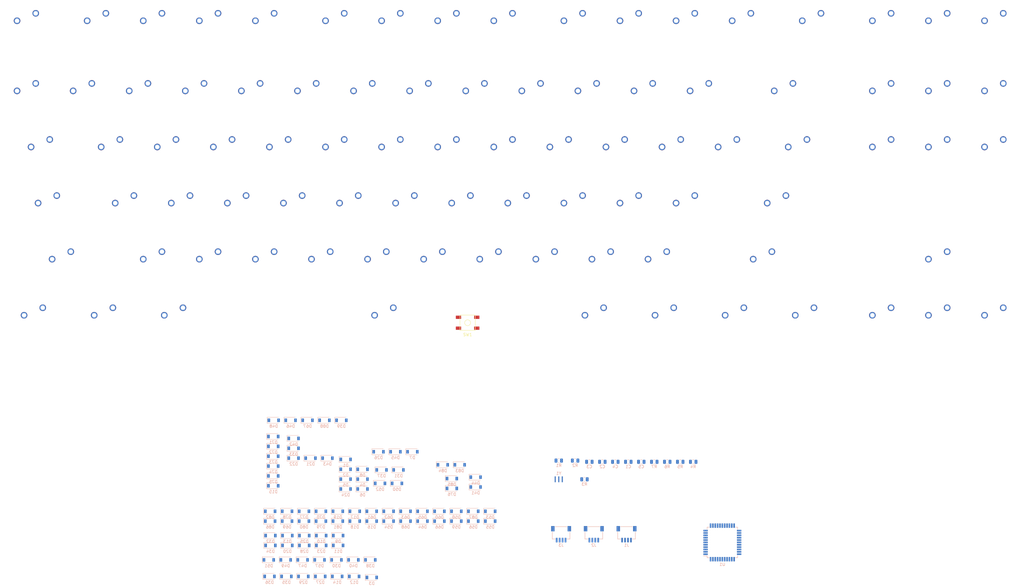
<source format=kicad_pcb>
(kicad_pcb (version 20171130) (host pcbnew "(5.1.2)-2")
  (layers (0 F.Cu signal) (31 B.Cu signal) (34 B.Paste user) (35 F.Paste user) (36 B.SilkS user) (37 F.SilkS user) (38 B.Mask user) (39 F.Mask user) (44 Edge.Cuts user))
  (net 0 "")
  (net 1 GND)
  (net 2 "Net-(C1-Pad1)")
  (net 3 +5V)
  (net 4 ROW0)
  (net 5 "Net-(D1-Pad2)")
  (net 6 "Net-(D2-Pad2)")
  (net 7 "Net-(D3-Pad2)")
  (net 8 "Net-(D4-Pad2)")
  (net 9 "Net-(D5-Pad2)")
  (net 10 "Net-(D6-Pad2)")
  (net 11 "Net-(D7-Pad2)")
  (net 12 "Net-(D8-Pad2)")
  (net 13 "Net-(D9-Pad2)")
  (net 14 "Net-(D10-Pad2)")
  (net 15 "Net-(D11-Pad2)")
  (net 16 "Net-(D12-Pad2)")
  (net 17 "Net-(D13-Pad2)")
  (net 18 "Net-(D14-Pad2)")
  (net 19 "Net-(D15-Pad2)")
  (net 20 "Net-(D16-Pad2)")
  (net 21 "Net-(D17-Pad1)")
  (net 22 "Net-(D17-Pad2)")
  (net 23 ROW1)
  (net 24 "Net-(D18-Pad2)")
  (net 25 "Net-(D19-Pad2)")
  (net 26 "Net-(D20-Pad2)")
  (net 27 "Net-(D21-Pad2)")
  (net 28 "Net-(D22-Pad2)")
  (net 29 "Net-(D23-Pad2)")
  (net 30 "Net-(D24-Pad2)")
  (net 31 "Net-(D25-Pad2)")
  (net 32 "Net-(D26-Pad2)")
  (net 33 "Net-(D27-Pad2)")
  (net 34 "Net-(D28-Pad2)")
  (net 35 "Net-(D29-Pad2)")
  (net 36 "Net-(D30-Pad2)")
  (net 37 "Net-(D31-Pad2)")
  (net 38 "Net-(D32-Pad2)")
  (net 39 "Net-(D33-Pad2)")
  (net 40 "Net-(D34-Pad1)")
  (net 41 "Net-(D34-Pad2)")
  (net 42 ROW2)
  (net 43 "Net-(D35-Pad2)")
  (net 44 "Net-(D36-Pad2)")
  (net 45 "Net-(D37-Pad2)")
  (net 46 "Net-(D38-Pad2)")
  (net 47 "Net-(D39-Pad2)")
  (net 48 "Net-(D40-Pad2)")
  (net 49 "Net-(D41-Pad2)")
  (net 50 "Net-(D42-Pad2)")
  (net 51 "Net-(D43-Pad2)")
  (net 52 "Net-(D44-Pad2)")
  (net 53 "Net-(D45-Pad2)")
  (net 54 "Net-(D46-Pad2)")
  (net 55 "Net-(D47-Pad2)")
  (net 56 "Net-(D48-Pad2)")
  (net 57 "Net-(D49-Pad2)")
  (net 58 "Net-(D50-Pad2)")
  (net 59 "Net-(D51-Pad2)")
  (net 60 ROW3)
  (net 61 "Net-(D52-Pad2)")
  (net 62 "Net-(D53-Pad2)")
  (net 63 "Net-(D54-Pad2)")
  (net 64 "Net-(D55-Pad2)")
  (net 65 "Net-(D56-Pad2)")
  (net 66 "Net-(D57-Pad2)")
  (net 67 "Net-(D58-Pad2)")
  (net 68 "Net-(D59-Pad2)")
  (net 69 "Net-(D60-Pad2)")
  (net 70 "Net-(D61-Pad2)")
  (net 71 "Net-(D62-Pad2)")
  (net 72 "Net-(D63-Pad2)")
  (net 73 "Net-(D64-Pad2)")
  (net 74 ROW4)
  (net 75 "Net-(D65-Pad2)")
  (net 76 "Net-(D66-Pad2)")
  (net 77 "Net-(D67-Pad2)")
  (net 78 "Net-(D68-Pad2)")
  (net 79 "Net-(D69-Pad2)")
  (net 80 "Net-(D70-Pad2)")
  (net 81 "Net-(D71-Pad2)")
  (net 82 "Net-(D72-Pad2)")
  (net 83 "Net-(D73-Pad2)")
  (net 84 "Net-(D74-Pad2)")
  (net 85 "Net-(D75-Pad2)")
  (net 86 "Net-(D76-Pad2)")
  (net 87 "Net-(D77-Pad2)")
  (net 88 ROW5)
  (net 89 "Net-(D78-Pad2)")
  (net 90 "Net-(D79-Pad2)")
  (net 91 "Net-(D80-Pad2)")
  (net 92 "Net-(D81-Pad2)")
  (net 93 "Net-(D82-Pad2)")
  (net 94 "Net-(D83-Pad2)")
  (net 95 "Net-(D84-Pad2)")
  (net 96 "Net-(D85-Pad2)")
  (net 97 "Net-(D86-Pad2)")
  (net 98 "Net-(D87-Pad2)")
  (net 99 "Net-(D88-Pad2)")
  (net 100 VCC)
  (net 101 SCL)
  (net 102 SDA)
  (net 103 D-)
  (net 104 D+)
  (net 105 COL0)
  (net 106 COL1)
  (net 107 COL2)
  (net 108 COL3)
  (net 109 COL4)
  (net 110 COL5)
  (net 111 COL6)
  (net 112 COL7)
  (net 113 COL8)
  (net 114 COL9)
  (net 115 COL10)
  (net 116 COL11)
  (net 117 COL12)
  (net 118 COL13)
  (net 119 COL14)
  (net 120 COL15)
  (net 121 COL16)
  (net 122 "Net-(MX86-Pad1)")
  (net 123 "Net-(R1-Pad2)")
  (net 124 "Net-(R4-Pad1)")
  (net 125 "Net-(R5-Pad1)")
  (net 126 "Net-(R6-Pad2)")
  (net 127 "Net-(R7-Pad2)")
  (net 128 "Net-(U1-Pad42)")
  (net 129 "Net-(U1-Pad41)")
  (net 130 "Net-(U1-Pad40)")
  (net 131 "Net-(U1-Pad39)")
  (net 132 "Net-(U1-Pad38)")
  (net 133 "Net-(U1-Pad37)")
  (net 134 "Net-(U1-Pad36)")
  (net 135 "Net-(U1-Pad32)")
  (net 136 "Net-(U1-Pad31)")
  (net 137 "Net-(U1-Pad30)")
  (net 138 "Net-(U1-Pad29)")
  (net 139 "Net-(U1-Pad28)")
  (net 140 "Net-(U1-Pad27)")
  (net 141 "Net-(U1-Pad26)")
  (net 142 "Net-(U1-Pad25)")
  (net 143 "Net-(U1-Pad22)")
  (net 144 "Net-(U1-Pad21)")
  (net 145 "Net-(U1-Pad20)")
  (net 146 "Net-(U1-Pad17)")
  (net 147 "Net-(U1-Pad16)")
  (net 148 "Net-(U1-Pad12)")
  (net 149 "Net-(U1-Pad11)")
  (net 150 "Net-(U1-Pad10)")
  (net 151 "Net-(U1-Pad9)")
  (net 152 "Net-(U1-Pad8)")
  (net 153 "Net-(U1-Pad1)")
  (module DIMR_Keyboard_Parts:CSTCE (layer B.Cu) (at 213.51875 186.53125)
    (fp_text reference Y1 (at -0.01524 -2.032) (layer B.SilkS) (effects (justify mirror)))
    (fp_text value Resonator_Small)
    (pad 3 smd rect (at 1.2 0) (size 0.4 2) (layers B.Cu B.Paste B.Mask) (net 147 "Net-(U1-Pad16)"))
    (pad 1 smd rect (at -1.2 0) (size 0.4 2) (layers B.Cu B.Paste B.Mask) (net 146 "Net-(U1-Pad17)"))
    (pad 2 smd rect (at 0 0) (size 0.4 2) (layers B.Cu B.Paste B.Mask) (net 1 GND))
  )
  (module Package_QFP:TQFP-44_10x10mm_P0.8mm (layer B.Cu) (at 269.08125 207.9625)
    (fp_text reference U1 (at 0 7.45) (layer B.SilkS) (effects (justify mirror)))
    (fp_text value ATmega32U4-AU)
    (pad 44 smd rect (at -4 5.7 270) (size 1.5 0.55) (layers B.Cu B.Paste B.Mask) (net 3 +5V))
    (pad 43 smd rect (at -3.2 5.7 270) (size 1.5 0.55) (layers B.Cu B.Paste B.Mask) (net 1 GND))
    (pad 42 smd rect (at -2.4 5.7 270) (size 1.5 0.55) (layers B.Cu B.Paste B.Mask) (net 128 "Net-(U1-Pad42)"))
    (pad 41 smd rect (at -1.6 5.7 270) (size 1.5 0.55) (layers B.Cu B.Paste B.Mask) (net 129 "Net-(U1-Pad41)"))
    (pad 40 smd rect (at -0.8 5.7 270) (size 1.5 0.55) (layers B.Cu B.Paste B.Mask) (net 130 "Net-(U1-Pad40)"))
    (pad 39 smd rect (at 0 5.7 270) (size 1.5 0.55) (layers B.Cu B.Paste B.Mask) (net 131 "Net-(U1-Pad39)"))
    (pad 38 smd rect (at 0.8 5.7 270) (size 1.5 0.55) (layers B.Cu B.Paste B.Mask) (net 132 "Net-(U1-Pad38)"))
    (pad 37 smd rect (at 1.6 5.7 270) (size 1.5 0.55) (layers B.Cu B.Paste B.Mask) (net 133 "Net-(U1-Pad37)"))
    (pad 36 smd rect (at 2.4 5.7 270) (size 1.5 0.55) (layers B.Cu B.Paste B.Mask) (net 134 "Net-(U1-Pad36)"))
    (pad 35 smd rect (at 3.2 5.7 270) (size 1.5 0.55) (layers B.Cu B.Paste B.Mask) (net 1 GND))
    (pad 34 smd rect (at 4 5.7 270) (size 1.5 0.55) (layers B.Cu B.Paste B.Mask) (net 3 +5V))
    (pad 33 smd rect (at 5.7 4) (size 1.5 0.55) (layers B.Cu B.Paste B.Mask) (net 126 "Net-(R6-Pad2)"))
    (pad 32 smd rect (at 5.7 3.2) (size 1.5 0.55) (layers B.Cu B.Paste B.Mask) (net 135 "Net-(U1-Pad32)"))
    (pad 31 smd rect (at 5.7 2.4) (size 1.5 0.55) (layers B.Cu B.Paste B.Mask) (net 136 "Net-(U1-Pad31)"))
    (pad 30 smd rect (at 5.7 1.6) (size 1.5 0.55) (layers B.Cu B.Paste B.Mask) (net 137 "Net-(U1-Pad30)"))
    (pad 29 smd rect (at 5.7 0.8) (size 1.5 0.55) (layers B.Cu B.Paste B.Mask) (net 138 "Net-(U1-Pad29)"))
    (pad 28 smd rect (at 5.7 0) (size 1.5 0.55) (layers B.Cu B.Paste B.Mask) (net 139 "Net-(U1-Pad28)"))
    (pad 27 smd rect (at 5.7 -0.8) (size 1.5 0.55) (layers B.Cu B.Paste B.Mask) (net 140 "Net-(U1-Pad27)"))
    (pad 26 smd rect (at 5.7 -1.6) (size 1.5 0.55) (layers B.Cu B.Paste B.Mask) (net 141 "Net-(U1-Pad26)"))
    (pad 25 smd rect (at 5.7 -2.4) (size 1.5 0.55) (layers B.Cu B.Paste B.Mask) (net 142 "Net-(U1-Pad25)"))
    (pad 24 smd rect (at 5.7 -3.2) (size 1.5 0.55) (layers B.Cu B.Paste B.Mask) (net 3 +5V))
    (pad 23 smd rect (at 5.7 -4) (size 1.5 0.55) (layers B.Cu B.Paste B.Mask) (net 1 GND))
    (pad 22 smd rect (at 4 -5.7 270) (size 1.5 0.55) (layers B.Cu B.Paste B.Mask) (net 143 "Net-(U1-Pad22)"))
    (pad 21 smd rect (at 3.2 -5.7 270) (size 1.5 0.55) (layers B.Cu B.Paste B.Mask) (net 144 "Net-(U1-Pad21)"))
    (pad 20 smd rect (at 2.4 -5.7 270) (size 1.5 0.55) (layers B.Cu B.Paste B.Mask) (net 145 "Net-(U1-Pad20)"))
    (pad 19 smd rect (at 1.6 -5.7 270) (size 1.5 0.55) (layers B.Cu B.Paste B.Mask) (net 102 SDA))
    (pad 18 smd rect (at 0.8 -5.7 270) (size 1.5 0.55) (layers B.Cu B.Paste B.Mask) (net 101 SCL))
    (pad 17 smd rect (at 0 -5.7 270) (size 1.5 0.55) (layers B.Cu B.Paste B.Mask) (net 146 "Net-(U1-Pad17)"))
    (pad 16 smd rect (at -0.8 -5.7 270) (size 1.5 0.55) (layers B.Cu B.Paste B.Mask) (net 147 "Net-(U1-Pad16)"))
    (pad 15 smd rect (at -1.6 -5.7 270) (size 1.5 0.55) (layers B.Cu B.Paste B.Mask) (net 1 GND))
    (pad 14 smd rect (at -2.4 -5.7 270) (size 1.5 0.55) (layers B.Cu B.Paste B.Mask) (net 3 +5V))
    (pad 13 smd rect (at -3.2 -5.7 270) (size 1.5 0.55) (layers B.Cu B.Paste B.Mask) (net 123 "Net-(R1-Pad2)"))
    (pad 12 smd rect (at -4 -5.7 270) (size 1.5 0.55) (layers B.Cu B.Paste B.Mask) (net 148 "Net-(U1-Pad12)"))
    (pad 11 smd rect (at -5.7 -4) (size 1.5 0.55) (layers B.Cu B.Paste B.Mask) (net 149 "Net-(U1-Pad11)"))
    (pad 10 smd rect (at -5.7 -3.2) (size 1.5 0.55) (layers B.Cu B.Paste B.Mask) (net 150 "Net-(U1-Pad10)"))
    (pad 9 smd rect (at -5.7 -2.4) (size 1.5 0.55) (layers B.Cu B.Paste B.Mask) (net 151 "Net-(U1-Pad9)"))
    (pad 8 smd rect (at -5.7 -1.6) (size 1.5 0.55) (layers B.Cu B.Paste B.Mask) (net 152 "Net-(U1-Pad8)"))
    (pad 7 smd rect (at -5.7 -0.8) (size 1.5 0.55) (layers B.Cu B.Paste B.Mask) (net 3 +5V))
    (pad 6 smd rect (at -5.7 0) (size 1.5 0.55) (layers B.Cu B.Paste B.Mask) (net 2 "Net-(C1-Pad1)"))
    (pad 5 smd rect (at -5.7 0.8) (size 1.5 0.55) (layers B.Cu B.Paste B.Mask) (net 1 GND))
    (pad 4 smd rect (at -5.7 1.6) (size 1.5 0.55) (layers B.Cu B.Paste B.Mask) (net 124 "Net-(R4-Pad1)"))
    (pad 3 smd rect (at -5.7 2.4) (size 1.5 0.55) (layers B.Cu B.Paste B.Mask) (net 125 "Net-(R5-Pad1)"))
    (pad 2 smd rect (at -5.7 3.2) (size 1.5 0.55) (layers B.Cu B.Paste B.Mask) (net 3 +5V))
    (pad 1 smd rect (at -5.7 4) (size 1.5 0.55) (layers B.Cu B.Paste B.Mask) (net 153 "Net-(U1-Pad1)"))
  )
  (module random-keyboard-parts:SKQG-1155865 (layer F.Cu) (at 182.5625 133.35)
    (fp_text reference SW1 (at 0 4.064) (layer F.SilkS))
    (fp_text value SW_Push)
    (pad 4 smd rect (at -3.1 1.85) (size 1.8 1.1) (layers F.Cu F.Paste F.Mask))
    (pad 3 smd rect (at 3.1 -1.85) (size 1.8 1.1) (layers F.Cu F.Paste F.Mask))
    (pad 2 smd rect (at -3.1 -1.85) (size 1.8 1.1) (layers F.Cu F.Paste F.Mask) (net 123 "Net-(R1-Pad2)"))
    (pad 1 smd rect (at 3.1 1.85) (size 1.8 1.1) (layers F.Cu F.Paste F.Mask) (net 1 GND))
  )
  (module Resistor_SMD:R_0805_2012Metric (layer B.Cu) (at 245.96075 180.594)
    (fp_text reference R7 (at 0 1.65) (layer B.SilkS) (effects (justify mirror)))
    (fp_text value 10k)
    (pad 2 smd roundrect (at 0.9375 0) (size 0.975 1.4) (layers B.Cu B.Paste B.Mask) (net 127 "Net-(R7-Pad2)"))
    (pad 1 smd roundrect (at -0.9375 0) (size 0.975 1.4) (layers B.Cu B.Paste B.Mask) (net 100 VCC))
  )
  (module Resistor_SMD:R_0805_2012Metric (layer B.Cu) (at 250.37075 180.594)
    (fp_text reference R6 (at 0 1.65) (layer B.SilkS) (effects (justify mirror)))
    (fp_text value 10k)
    (pad 2 smd roundrect (at 0.9375 0) (size 0.975 1.4) (layers B.Cu B.Paste B.Mask) (net 126 "Net-(R6-Pad2)"))
    (pad 1 smd roundrect (at -0.9375 0) (size 0.975 1.4) (layers B.Cu B.Paste B.Mask) (net 1 GND))
  )
  (module Resistor_SMD:R_0805_2012Metric (layer B.Cu) (at 254.78075 180.594)
    (fp_text reference R5 (at 0 1.65) (layer B.SilkS) (effects (justify mirror)))
    (fp_text value 22)
    (pad 2 smd roundrect (at 0.9375 0) (size 0.975 1.4) (layers B.Cu B.Paste B.Mask) (net 103 D-))
    (pad 1 smd roundrect (at -0.9375 0) (size 0.975 1.4) (layers B.Cu B.Paste B.Mask) (net 125 "Net-(R5-Pad1)"))
  )
  (module Resistor_SMD:R_0805_2012Metric (layer B.Cu) (at 259.19075 180.594)
    (fp_text reference R4 (at 0 1.65) (layer B.SilkS) (effects (justify mirror)))
    (fp_text value 22)
    (pad 2 smd roundrect (at 0.9375 0) (size 0.975 1.4) (layers B.Cu B.Paste B.Mask) (net 104 D+))
    (pad 1 smd roundrect (at -0.9375 0) (size 0.975 1.4) (layers B.Cu B.Paste B.Mask) (net 124 "Net-(R4-Pad1)"))
  )
  (module Resistor_SMD:R_0805_2012Metric (layer B.Cu) (at 222.25 186.53125)
    (fp_text reference R3 (at 0 1.65) (layer B.SilkS) (effects (justify mirror)))
    (fp_text value 4.7k)
    (pad 2 smd roundrect (at 0.9375 0) (size 0.975 1.4) (layers B.Cu B.Paste B.Mask) (net 101 SCL))
    (pad 1 smd roundrect (at -0.9375 0) (size 0.975 1.4) (layers B.Cu B.Paste B.Mask) (net 100 VCC))
  )
  (module Resistor_SMD:R_0805_2012Metric (layer B.Cu) (at 219.075 180.18125)
    (fp_text reference R2 (at 0 1.65) (layer B.SilkS) (effects (justify mirror)))
    (fp_text value 4.7k)
    (pad 2 smd roundrect (at 0.9375 0) (size 0.975 1.4) (layers B.Cu B.Paste B.Mask) (net 102 SDA))
    (pad 1 smd roundrect (at -0.9375 0) (size 0.975 1.4) (layers B.Cu B.Paste B.Mask) (net 100 VCC))
  )
  (module Resistor_SMD:R_0805_2012Metric (layer B.Cu) (at 213.51875 180.18125)
    (fp_text reference R1 (at 0 1.65) (layer B.SilkS) (effects (justify mirror)))
    (fp_text value 10k)
    (pad 2 smd roundrect (at 0.9375 0) (size 0.975 1.4) (layers B.Cu B.Paste B.Mask) (net 123 "Net-(R1-Pad2)"))
    (pad 1 smd roundrect (at -0.9375 0) (size 0.975 1.4) (layers B.Cu B.Paste B.Mask) (net 3 +5V))
  )
  (module MX_Only:MXOnly-1U-NoLED (layer F.Cu) (at 361.95 133.35)
    (fp_text reference MX88)
    (fp_text value MX-NoLED)
    (pad "" np_thru_hole circle (at 5.08 0 48.0996) (size 1.75 1.75) (drill 1.75) (layers *.Cu *.Mask))
    (pad "" np_thru_hole circle (at -5.08 0 48.0996) (size 1.75 1.75) (drill 1.75) (layers *.Cu *.Mask))
    (pad 1 thru_hole circle (at -3.81 -2.54) (size 2.25 2.25) (drill 1.47) (layers *.Cu B.Mask) (net 121 COL16))
    (pad "" np_thru_hole circle (at 0 0) (size 3.9878 3.9878) (drill 3.9878) (layers *.Cu *.Mask))
    (pad 2 thru_hole circle (at 2.54 -5.08) (size 2.25 2.25) (drill 1.47) (layers *.Cu B.Mask) (net 99 "Net-(D88-Pad2)"))
  )
  (module MX_Only:MXOnly-1U-NoLED (layer F.Cu) (at 342.9 133.35)
    (fp_text reference MX87)
    (fp_text value MX-NoLED)
    (pad "" np_thru_hole circle (at 5.08 0 48.0996) (size 1.75 1.75) (drill 1.75) (layers *.Cu *.Mask))
    (pad "" np_thru_hole circle (at -5.08 0 48.0996) (size 1.75 1.75) (drill 1.75) (layers *.Cu *.Mask))
    (pad 1 thru_hole circle (at -3.81 -2.54) (size 2.25 2.25) (drill 1.47) (layers *.Cu B.Mask) (net 120 COL15))
    (pad "" np_thru_hole circle (at 0 0) (size 3.9878 3.9878) (drill 3.9878) (layers *.Cu *.Mask))
    (pad 2 thru_hole circle (at 2.54 -5.08) (size 2.25 2.25) (drill 1.47) (layers *.Cu B.Mask) (net 98 "Net-(D87-Pad2)"))
  )
  (module MX_Only:MXOnly-1U-NoLED (layer F.Cu) (at 323.85 133.35)
    (fp_text reference MX86)
    (fp_text value MX-NoLED)
    (pad "" np_thru_hole circle (at 5.08 0 48.0996) (size 1.75 1.75) (drill 1.75) (layers *.Cu *.Mask))
    (pad "" np_thru_hole circle (at -5.08 0 48.0996) (size 1.75 1.75) (drill 1.75) (layers *.Cu *.Mask))
    (pad 1 thru_hole circle (at -3.81 -2.54) (size 2.25 2.25) (drill 1.47) (layers *.Cu B.Mask) (net 122 "Net-(MX86-Pad1)"))
    (pad "" np_thru_hole circle (at 0 0) (size 3.9878 3.9878) (drill 3.9878) (layers *.Cu *.Mask))
    (pad 2 thru_hole circle (at 2.54 -5.08) (size 2.25 2.25) (drill 1.47) (layers *.Cu B.Mask) (net 97 "Net-(D86-Pad2)"))
  )
  (module MX_Only:MXOnly-1.25U-NoLED (layer F.Cu) (at 297.65625 133.35)
    (fp_text reference MX85)
    (fp_text value MX-NoLED)
    (pad 2 thru_hole circle (at 2.54 -5.08) (size 2.25 2.25) (drill 1.47) (layers *.Cu B.Mask) (net 96 "Net-(D85-Pad2)"))
    (pad "" np_thru_hole circle (at 0 0) (size 3.9878 3.9878) (drill 3.9878) (layers *.Cu *.Mask))
    (pad 1 thru_hole circle (at -3.81 -2.54) (size 2.25 2.25) (drill 1.47) (layers *.Cu B.Mask) (net 118 COL13))
    (pad "" np_thru_hole circle (at -5.08 0 48.0996) (size 1.75 1.75) (drill 1.75) (layers *.Cu *.Mask))
    (pad "" np_thru_hole circle (at 5.08 0 48.0996) (size 1.75 1.75) (drill 1.75) (layers *.Cu *.Mask))
  )
  (module MX_Only:MXOnly-1.25U-NoLED (layer F.Cu) (at 273.84375 133.35)
    (fp_text reference MX84)
    (fp_text value MX-NoLED)
    (pad 2 thru_hole circle (at 2.54 -5.08) (size 2.25 2.25) (drill 1.47) (layers *.Cu B.Mask) (net 95 "Net-(D84-Pad2)"))
    (pad "" np_thru_hole circle (at 0 0) (size 3.9878 3.9878) (drill 3.9878) (layers *.Cu *.Mask))
    (pad 1 thru_hole circle (at -3.81 -2.54) (size 2.25 2.25) (drill 1.47) (layers *.Cu B.Mask) (net 117 COL12))
    (pad "" np_thru_hole circle (at -5.08 0 48.0996) (size 1.75 1.75) (drill 1.75) (layers *.Cu *.Mask))
    (pad "" np_thru_hole circle (at 5.08 0 48.0996) (size 1.75 1.75) (drill 1.75) (layers *.Cu *.Mask))
  )
  (module MX_Only:MXOnly-1.25U-NoLED (layer F.Cu) (at 250.03125 133.35)
    (fp_text reference MX83)
    (fp_text value MX-NoLED)
    (pad 2 thru_hole circle (at 2.54 -5.08) (size 2.25 2.25) (drill 1.47) (layers *.Cu B.Mask) (net 94 "Net-(D83-Pad2)"))
    (pad "" np_thru_hole circle (at 0 0) (size 3.9878 3.9878) (drill 3.9878) (layers *.Cu *.Mask))
    (pad 1 thru_hole circle (at -3.81 -2.54) (size 2.25 2.25) (drill 1.47) (layers *.Cu B.Mask) (net 116 COL11))
    (pad "" np_thru_hole circle (at -5.08 0 48.0996) (size 1.75 1.75) (drill 1.75) (layers *.Cu *.Mask))
    (pad "" np_thru_hole circle (at 5.08 0 48.0996) (size 1.75 1.75) (drill 1.75) (layers *.Cu *.Mask))
  )
  (module MX_Only:MXOnly-1.25U-NoLED (layer F.Cu) (at 226.21875 133.35)
    (fp_text reference MX82)
    (fp_text value MX-NoLED)
    (pad 2 thru_hole circle (at 2.54 -5.08) (size 2.25 2.25) (drill 1.47) (layers *.Cu B.Mask) (net 93 "Net-(D82-Pad2)"))
    (pad "" np_thru_hole circle (at 0 0) (size 3.9878 3.9878) (drill 3.9878) (layers *.Cu *.Mask))
    (pad 1 thru_hole circle (at -3.81 -2.54) (size 2.25 2.25) (drill 1.47) (layers *.Cu B.Mask) (net 115 COL10))
    (pad "" np_thru_hole circle (at -5.08 0 48.0996) (size 1.75 1.75) (drill 1.75) (layers *.Cu *.Mask))
    (pad "" np_thru_hole circle (at 5.08 0 48.0996) (size 1.75 1.75) (drill 1.75) (layers *.Cu *.Mask))
  )
  (module MX_Only:MXOnly-6.25U-ReversedStabilizers-NoLED (layer F.Cu) (at 154.78125 133.35)
    (fp_text reference MX81)
    (fp_text value MX-NoLED)
    (pad 2 thru_hole circle (at 2.54 -5.08) (size 2.25 2.25) (drill 1.47) (layers *.Cu B.Mask) (net 92 "Net-(D81-Pad2)"))
    (pad "" np_thru_hole circle (at 0 0) (size 3.9878 3.9878) (drill 3.9878) (layers *.Cu *.Mask))
    (pad 1 thru_hole circle (at -3.81 -2.54) (size 2.25 2.25) (drill 1.47) (layers *.Cu B.Mask) (net 111 COL6))
    (pad "" np_thru_hole circle (at -5.08 0 48.0996) (size 1.75 1.75) (drill 1.75) (layers *.Cu *.Mask))
    (pad "" np_thru_hole circle (at 5.08 0 48.0996) (size 1.75 1.75) (drill 1.75) (layers *.Cu *.Mask))
    (pad "" np_thru_hole circle (at -49.9999 6.985) (size 3.048 3.048) (drill 3.048) (layers *.Cu *.Mask))
    (pad "" np_thru_hole circle (at 49.9999 6.985) (size 3.048 3.048) (drill 3.048) (layers *.Cu *.Mask))
    (pad "" np_thru_hole circle (at -49.9999 -8.255) (size 3.9878 3.9878) (drill 3.9878) (layers *.Cu *.Mask))
    (pad "" np_thru_hole circle (at 49.9999 -8.255) (size 3.9878 3.9878) (drill 3.9878) (layers *.Cu *.Mask))
  )
  (module MX_Only:MXOnly-1.25U-NoLED (layer F.Cu) (at 83.34375 133.35)
    (fp_text reference MX80)
    (fp_text value MX-NoLED)
    (pad 2 thru_hole circle (at 2.54 -5.08) (size 2.25 2.25) (drill 1.47) (layers *.Cu B.Mask) (net 91 "Net-(D80-Pad2)"))
    (pad "" np_thru_hole circle (at 0 0) (size 3.9878 3.9878) (drill 3.9878) (layers *.Cu *.Mask))
    (pad 1 thru_hole circle (at -3.81 -2.54) (size 2.25 2.25) (drill 1.47) (layers *.Cu B.Mask) (net 108 COL3))
    (pad "" np_thru_hole circle (at -5.08 0 48.0996) (size 1.75 1.75) (drill 1.75) (layers *.Cu *.Mask))
    (pad "" np_thru_hole circle (at 5.08 0 48.0996) (size 1.75 1.75) (drill 1.75) (layers *.Cu *.Mask))
  )
  (module MX_Only:MXOnly-1.25U-NoLED (layer F.Cu) (at 59.53125 133.35)
    (fp_text reference MX79)
    (fp_text value MX-NoLED)
    (pad 2 thru_hole circle (at 2.54 -5.08) (size 2.25 2.25) (drill 1.47) (layers *.Cu B.Mask) (net 90 "Net-(D79-Pad2)"))
    (pad "" np_thru_hole circle (at 0 0) (size 3.9878 3.9878) (drill 3.9878) (layers *.Cu *.Mask))
    (pad 1 thru_hole circle (at -3.81 -2.54) (size 2.25 2.25) (drill 1.47) (layers *.Cu B.Mask) (net 106 COL1))
    (pad "" np_thru_hole circle (at -5.08 0 48.0996) (size 1.75 1.75) (drill 1.75) (layers *.Cu *.Mask))
    (pad "" np_thru_hole circle (at 5.08 0 48.0996) (size 1.75 1.75) (drill 1.75) (layers *.Cu *.Mask))
  )
  (module MX_Only:MXOnly-1.25U-NoLED (layer F.Cu) (at 35.71875 133.35)
    (fp_text reference MX78)
    (fp_text value MX-NoLED)
    (pad 2 thru_hole circle (at 2.54 -5.08) (size 2.25 2.25) (drill 1.47) (layers *.Cu B.Mask) (net 89 "Net-(D78-Pad2)"))
    (pad "" np_thru_hole circle (at 0 0) (size 3.9878 3.9878) (drill 3.9878) (layers *.Cu *.Mask))
    (pad 1 thru_hole circle (at -3.81 -2.54) (size 2.25 2.25) (drill 1.47) (layers *.Cu B.Mask) (net 105 COL0))
    (pad "" np_thru_hole circle (at -5.08 0 48.0996) (size 1.75 1.75) (drill 1.75) (layers *.Cu *.Mask))
    (pad "" np_thru_hole circle (at 5.08 0 48.0996) (size 1.75 1.75) (drill 1.75) (layers *.Cu *.Mask))
  )
  (module MX_Only:MXOnly-1U-NoLED (layer F.Cu) (at 342.9 114.3)
    (fp_text reference MX77)
    (fp_text value MX-NoLED)
    (pad "" np_thru_hole circle (at 5.08 0 48.0996) (size 1.75 1.75) (drill 1.75) (layers *.Cu *.Mask))
    (pad "" np_thru_hole circle (at -5.08 0 48.0996) (size 1.75 1.75) (drill 1.75) (layers *.Cu *.Mask))
    (pad 1 thru_hole circle (at -3.81 -2.54) (size 2.25 2.25) (drill 1.47) (layers *.Cu B.Mask) (net 120 COL15))
    (pad "" np_thru_hole circle (at 0 0) (size 3.9878 3.9878) (drill 3.9878) (layers *.Cu *.Mask))
    (pad 2 thru_hole circle (at 2.54 -5.08) (size 2.25 2.25) (drill 1.47) (layers *.Cu B.Mask) (net 87 "Net-(D77-Pad2)"))
  )
  (module MX_Only:MXOnly-2.75U-NoLED (layer F.Cu) (at 283.36875 114.3)
    (fp_text reference MX76)
    (fp_text value MX-NoLED)
    (pad 2 thru_hole circle (at 2.54 -5.08) (size 2.25 2.25) (drill 1.47) (layers *.Cu B.Mask) (net 86 "Net-(D76-Pad2)"))
    (pad "" np_thru_hole circle (at 0 0) (size 3.9878 3.9878) (drill 3.9878) (layers *.Cu *.Mask))
    (pad 1 thru_hole circle (at -3.81 -2.54) (size 2.25 2.25) (drill 1.47) (layers *.Cu B.Mask) (net 117 COL12))
    (pad "" np_thru_hole circle (at -5.08 0 48.0996) (size 1.75 1.75) (drill 1.75) (layers *.Cu *.Mask))
    (pad "" np_thru_hole circle (at 5.08 0 48.0996) (size 1.75 1.75) (drill 1.75) (layers *.Cu *.Mask))
    (pad "" np_thru_hole circle (at -11.90625 -6.985) (size 3.048 3.048) (drill 3.048) (layers *.Cu *.Mask))
    (pad "" np_thru_hole circle (at 11.90625 -6.985) (size 3.048 3.048) (drill 3.048) (layers *.Cu *.Mask))
    (pad "" np_thru_hole circle (at -11.90625 8.255) (size 3.9878 3.9878) (drill 3.9878) (layers *.Cu *.Mask))
    (pad "" np_thru_hole circle (at 11.90625 8.255) (size 3.9878 3.9878) (drill 3.9878) (layers *.Cu *.Mask))
  )
  (module MX_Only:MXOnly-1U-NoLED (layer F.Cu) (at 247.65 114.3)
    (fp_text reference MX75)
    (fp_text value MX-NoLED)
    (pad 2 thru_hole circle (at 2.54 -5.08) (size 2.25 2.25) (drill 1.47) (layers *.Cu B.Mask) (net 85 "Net-(D75-Pad2)"))
    (pad "" np_thru_hole circle (at 0 0) (size 3.9878 3.9878) (drill 3.9878) (layers *.Cu *.Mask))
    (pad 1 thru_hole circle (at -3.81 -2.54) (size 2.25 2.25) (drill 1.47) (layers *.Cu B.Mask) (net 116 COL11))
    (pad "" np_thru_hole circle (at -5.08 0 48.0996) (size 1.75 1.75) (drill 1.75) (layers *.Cu *.Mask))
    (pad "" np_thru_hole circle (at 5.08 0 48.0996) (size 1.75 1.75) (drill 1.75) (layers *.Cu *.Mask))
  )
  (module MX_Only:MXOnly-1U-NoLED (layer F.Cu) (at 228.6 114.3)
    (fp_text reference MX74)
    (fp_text value MX-NoLED)
    (pad 2 thru_hole circle (at 2.54 -5.08) (size 2.25 2.25) (drill 1.47) (layers *.Cu B.Mask) (net 84 "Net-(D74-Pad2)"))
    (pad "" np_thru_hole circle (at 0 0) (size 3.9878 3.9878) (drill 3.9878) (layers *.Cu *.Mask))
    (pad 1 thru_hole circle (at -3.81 -2.54) (size 2.25 2.25) (drill 1.47) (layers *.Cu B.Mask) (net 115 COL10))
    (pad "" np_thru_hole circle (at -5.08 0 48.0996) (size 1.75 1.75) (drill 1.75) (layers *.Cu *.Mask))
    (pad "" np_thru_hole circle (at 5.08 0 48.0996) (size 1.75 1.75) (drill 1.75) (layers *.Cu *.Mask))
  )
  (module MX_Only:MXOnly-1U-NoLED (layer F.Cu) (at 209.55 114.3)
    (fp_text reference MX73)
    (fp_text value MX-NoLED)
    (pad 2 thru_hole circle (at 2.54 -5.08) (size 2.25 2.25) (drill 1.47) (layers *.Cu B.Mask) (net 83 "Net-(D73-Pad2)"))
    (pad "" np_thru_hole circle (at 0 0) (size 3.9878 3.9878) (drill 3.9878) (layers *.Cu *.Mask))
    (pad 1 thru_hole circle (at -3.81 -2.54) (size 2.25 2.25) (drill 1.47) (layers *.Cu B.Mask) (net 114 COL9))
    (pad "" np_thru_hole circle (at -5.08 0 48.0996) (size 1.75 1.75) (drill 1.75) (layers *.Cu *.Mask))
    (pad "" np_thru_hole circle (at 5.08 0 48.0996) (size 1.75 1.75) (drill 1.75) (layers *.Cu *.Mask))
  )
  (module MX_Only:MXOnly-1U-NoLED (layer F.Cu) (at 190.5 114.3)
    (fp_text reference MX72)
    (fp_text value MX-NoLED)
    (pad 2 thru_hole circle (at 2.54 -5.08) (size 2.25 2.25) (drill 1.47) (layers *.Cu B.Mask) (net 82 "Net-(D72-Pad2)"))
    (pad "" np_thru_hole circle (at 0 0) (size 3.9878 3.9878) (drill 3.9878) (layers *.Cu *.Mask))
    (pad 1 thru_hole circle (at -3.81 -2.54) (size 2.25 2.25) (drill 1.47) (layers *.Cu B.Mask) (net 113 COL8))
    (pad "" np_thru_hole circle (at -5.08 0 48.0996) (size 1.75 1.75) (drill 1.75) (layers *.Cu *.Mask))
    (pad "" np_thru_hole circle (at 5.08 0 48.0996) (size 1.75 1.75) (drill 1.75) (layers *.Cu *.Mask))
  )
  (module MX_Only:MXOnly-1U-NoLED (layer F.Cu) (at 171.45 114.3)
    (fp_text reference MX71)
    (fp_text value MX-NoLED)
    (pad 2 thru_hole circle (at 2.54 -5.08) (size 2.25 2.25) (drill 1.47) (layers *.Cu B.Mask) (net 81 "Net-(D71-Pad2)"))
    (pad "" np_thru_hole circle (at 0 0) (size 3.9878 3.9878) (drill 3.9878) (layers *.Cu *.Mask))
    (pad 1 thru_hole circle (at -3.81 -2.54) (size 2.25 2.25) (drill 1.47) (layers *.Cu B.Mask) (net 112 COL7))
    (pad "" np_thru_hole circle (at -5.08 0 48.0996) (size 1.75 1.75) (drill 1.75) (layers *.Cu *.Mask))
    (pad "" np_thru_hole circle (at 5.08 0 48.0996) (size 1.75 1.75) (drill 1.75) (layers *.Cu *.Mask))
  )
  (module MX_Only:MXOnly-1U-NoLED (layer F.Cu) (at 152.4 114.3)
    (fp_text reference MX70)
    (fp_text value MX-NoLED)
    (pad 2 thru_hole circle (at 2.54 -5.08) (size 2.25 2.25) (drill 1.47) (layers *.Cu B.Mask) (net 80 "Net-(D70-Pad2)"))
    (pad "" np_thru_hole circle (at 0 0) (size 3.9878 3.9878) (drill 3.9878) (layers *.Cu *.Mask))
    (pad 1 thru_hole circle (at -3.81 -2.54) (size 2.25 2.25) (drill 1.47) (layers *.Cu B.Mask) (net 111 COL6))
    (pad "" np_thru_hole circle (at -5.08 0 48.0996) (size 1.75 1.75) (drill 1.75) (layers *.Cu *.Mask))
    (pad "" np_thru_hole circle (at 5.08 0 48.0996) (size 1.75 1.75) (drill 1.75) (layers *.Cu *.Mask))
  )
  (module MX_Only:MXOnly-1U-NoLED (layer F.Cu) (at 133.35 114.3)
    (fp_text reference MX69)
    (fp_text value MX-NoLED)
    (pad 2 thru_hole circle (at 2.54 -5.08) (size 2.25 2.25) (drill 1.47) (layers *.Cu B.Mask) (net 79 "Net-(D69-Pad2)"))
    (pad "" np_thru_hole circle (at 0 0) (size 3.9878 3.9878) (drill 3.9878) (layers *.Cu *.Mask))
    (pad 1 thru_hole circle (at -3.81 -2.54) (size 2.25 2.25) (drill 1.47) (layers *.Cu B.Mask) (net 110 COL5))
    (pad "" np_thru_hole circle (at -5.08 0 48.0996) (size 1.75 1.75) (drill 1.75) (layers *.Cu *.Mask))
    (pad "" np_thru_hole circle (at 5.08 0 48.0996) (size 1.75 1.75) (drill 1.75) (layers *.Cu *.Mask))
  )
  (module MX_Only:MXOnly-1U-NoLED (layer F.Cu) (at 114.3 114.3)
    (fp_text reference MX68)
    (fp_text value MX-NoLED)
    (pad 2 thru_hole circle (at 2.54 -5.08) (size 2.25 2.25) (drill 1.47) (layers *.Cu B.Mask) (net 78 "Net-(D68-Pad2)"))
    (pad "" np_thru_hole circle (at 0 0) (size 3.9878 3.9878) (drill 3.9878) (layers *.Cu *.Mask))
    (pad 1 thru_hole circle (at -3.81 -2.54) (size 2.25 2.25) (drill 1.47) (layers *.Cu B.Mask) (net 109 COL4))
    (pad "" np_thru_hole circle (at -5.08 0 48.0996) (size 1.75 1.75) (drill 1.75) (layers *.Cu *.Mask))
    (pad "" np_thru_hole circle (at 5.08 0 48.0996) (size 1.75 1.75) (drill 1.75) (layers *.Cu *.Mask))
  )
  (module MX_Only:MXOnly-1U-NoLED (layer F.Cu) (at 95.25 114.3)
    (fp_text reference MX67)
    (fp_text value MX-NoLED)
    (pad 2 thru_hole circle (at 2.54 -5.08) (size 2.25 2.25) (drill 1.47) (layers *.Cu B.Mask) (net 77 "Net-(D67-Pad2)"))
    (pad "" np_thru_hole circle (at 0 0) (size 3.9878 3.9878) (drill 3.9878) (layers *.Cu *.Mask))
    (pad 1 thru_hole circle (at -3.81 -2.54) (size 2.25 2.25) (drill 1.47) (layers *.Cu B.Mask) (net 108 COL3))
    (pad "" np_thru_hole circle (at -5.08 0 48.0996) (size 1.75 1.75) (drill 1.75) (layers *.Cu *.Mask))
    (pad "" np_thru_hole circle (at 5.08 0 48.0996) (size 1.75 1.75) (drill 1.75) (layers *.Cu *.Mask))
  )
  (module MX_Only:MXOnly-1U-NoLED (layer F.Cu) (at 76.2 114.3)
    (fp_text reference MX66)
    (fp_text value MX-NoLED)
    (pad 2 thru_hole circle (at 2.54 -5.08) (size 2.25 2.25) (drill 1.47) (layers *.Cu B.Mask) (net 76 "Net-(D66-Pad2)"))
    (pad "" np_thru_hole circle (at 0 0) (size 3.9878 3.9878) (drill 3.9878) (layers *.Cu *.Mask))
    (pad 1 thru_hole circle (at -3.81 -2.54) (size 2.25 2.25) (drill 1.47) (layers *.Cu B.Mask) (net 107 COL2))
    (pad "" np_thru_hole circle (at -5.08 0 48.0996) (size 1.75 1.75) (drill 1.75) (layers *.Cu *.Mask))
    (pad "" np_thru_hole circle (at 5.08 0 48.0996) (size 1.75 1.75) (drill 1.75) (layers *.Cu *.Mask))
  )
  (module MX_Only:MXOnly-2.25U-NoLED (layer F.Cu) (at 45.24375 114.3)
    (fp_text reference MX65)
    (fp_text value MX-NoLED)
    (pad 2 thru_hole circle (at 2.54 -5.08) (size 2.25 2.25) (drill 1.47) (layers *.Cu B.Mask) (net 75 "Net-(D65-Pad2)"))
    (pad "" np_thru_hole circle (at 0 0) (size 3.9878 3.9878) (drill 3.9878) (layers *.Cu *.Mask))
    (pad 1 thru_hole circle (at -3.81 -2.54) (size 2.25 2.25) (drill 1.47) (layers *.Cu B.Mask) (net 105 COL0))
    (pad "" np_thru_hole circle (at -5.08 0 48.0996) (size 1.75 1.75) (drill 1.75) (layers *.Cu *.Mask))
    (pad "" np_thru_hole circle (at 5.08 0 48.0996) (size 1.75 1.75) (drill 1.75) (layers *.Cu *.Mask))
    (pad "" np_thru_hole circle (at -11.90625 -6.985) (size 3.048 3.048) (drill 3.048) (layers *.Cu *.Mask))
    (pad "" np_thru_hole circle (at 11.90625 -6.985) (size 3.048 3.048) (drill 3.048) (layers *.Cu *.Mask))
    (pad "" np_thru_hole circle (at -11.90625 8.255) (size 3.9878 3.9878) (drill 3.9878) (layers *.Cu *.Mask))
    (pad "" np_thru_hole circle (at 11.90625 8.255) (size 3.9878 3.9878) (drill 3.9878) (layers *.Cu *.Mask))
  )
  (module MX_Only:MXOnly-2.25U-NoLED (layer F.Cu) (at 288.13125 95.25)
    (fp_text reference MX64)
    (fp_text value MX-NoLED)
    (pad 2 thru_hole circle (at 2.54 -5.08) (size 2.25 2.25) (drill 1.47) (layers *.Cu B.Mask) (net 73 "Net-(D64-Pad2)"))
    (pad "" np_thru_hole circle (at 0 0) (size 3.9878 3.9878) (drill 3.9878) (layers *.Cu *.Mask))
    (pad 1 thru_hole circle (at -3.81 -2.54) (size 2.25 2.25) (drill 1.47) (layers *.Cu B.Mask) (net 117 COL12))
    (pad "" np_thru_hole circle (at -5.08 0 48.0996) (size 1.75 1.75) (drill 1.75) (layers *.Cu *.Mask))
    (pad "" np_thru_hole circle (at 5.08 0 48.0996) (size 1.75 1.75) (drill 1.75) (layers *.Cu *.Mask))
    (pad "" np_thru_hole circle (at -11.90625 -6.985) (size 3.048 3.048) (drill 3.048) (layers *.Cu *.Mask))
    (pad "" np_thru_hole circle (at 11.90625 -6.985) (size 3.048 3.048) (drill 3.048) (layers *.Cu *.Mask))
    (pad "" np_thru_hole circle (at -11.90625 8.255) (size 3.9878 3.9878) (drill 3.9878) (layers *.Cu *.Mask))
    (pad "" np_thru_hole circle (at 11.90625 8.255) (size 3.9878 3.9878) (drill 3.9878) (layers *.Cu *.Mask))
  )
  (module MX_Only:MXOnly-1U-NoLED (layer F.Cu) (at 257.175 95.25)
    (fp_text reference MX63)
    (fp_text value MX-NoLED)
    (pad 2 thru_hole circle (at 2.54 -5.08) (size 2.25 2.25) (drill 1.47) (layers *.Cu B.Mask) (net 72 "Net-(D63-Pad2)"))
    (pad "" np_thru_hole circle (at 0 0) (size 3.9878 3.9878) (drill 3.9878) (layers *.Cu *.Mask))
    (pad 1 thru_hole circle (at -3.81 -2.54) (size 2.25 2.25) (drill 1.47) (layers *.Cu B.Mask) (net 116 COL11))
    (pad "" np_thru_hole circle (at -5.08 0 48.0996) (size 1.75 1.75) (drill 1.75) (layers *.Cu *.Mask))
    (pad "" np_thru_hole circle (at 5.08 0 48.0996) (size 1.75 1.75) (drill 1.75) (layers *.Cu *.Mask))
  )
  (module MX_Only:MXOnly-1U-NoLED (layer F.Cu) (at 238.125 95.25)
    (fp_text reference MX62)
    (fp_text value MX-NoLED)
    (pad 2 thru_hole circle (at 2.54 -5.08) (size 2.25 2.25) (drill 1.47) (layers *.Cu B.Mask) (net 71 "Net-(D62-Pad2)"))
    (pad "" np_thru_hole circle (at 0 0) (size 3.9878 3.9878) (drill 3.9878) (layers *.Cu *.Mask))
    (pad 1 thru_hole circle (at -3.81 -2.54) (size 2.25 2.25) (drill 1.47) (layers *.Cu B.Mask) (net 115 COL10))
    (pad "" np_thru_hole circle (at -5.08 0 48.0996) (size 1.75 1.75) (drill 1.75) (layers *.Cu *.Mask))
    (pad "" np_thru_hole circle (at 5.08 0 48.0996) (size 1.75 1.75) (drill 1.75) (layers *.Cu *.Mask))
  )
  (module MX_Only:MXOnly-1U-NoLED (layer F.Cu) (at 219.075 95.25)
    (fp_text reference MX61)
    (fp_text value MX-NoLED)
    (pad 2 thru_hole circle (at 2.54 -5.08) (size 2.25 2.25) (drill 1.47) (layers *.Cu B.Mask) (net 70 "Net-(D61-Pad2)"))
    (pad "" np_thru_hole circle (at 0 0) (size 3.9878 3.9878) (drill 3.9878) (layers *.Cu *.Mask))
    (pad 1 thru_hole circle (at -3.81 -2.54) (size 2.25 2.25) (drill 1.47) (layers *.Cu B.Mask) (net 114 COL9))
    (pad "" np_thru_hole circle (at -5.08 0 48.0996) (size 1.75 1.75) (drill 1.75) (layers *.Cu *.Mask))
    (pad "" np_thru_hole circle (at 5.08 0 48.0996) (size 1.75 1.75) (drill 1.75) (layers *.Cu *.Mask))
  )
  (module MX_Only:MXOnly-1U-NoLED (layer F.Cu) (at 200.025 95.25)
    (fp_text reference MX60)
    (fp_text value MX-NoLED)
    (pad 2 thru_hole circle (at 2.54 -5.08) (size 2.25 2.25) (drill 1.47) (layers *.Cu B.Mask) (net 69 "Net-(D60-Pad2)"))
    (pad "" np_thru_hole circle (at 0 0) (size 3.9878 3.9878) (drill 3.9878) (layers *.Cu *.Mask))
    (pad 1 thru_hole circle (at -3.81 -2.54) (size 2.25 2.25) (drill 1.47) (layers *.Cu B.Mask) (net 113 COL8))
    (pad "" np_thru_hole circle (at -5.08 0 48.0996) (size 1.75 1.75) (drill 1.75) (layers *.Cu *.Mask))
    (pad "" np_thru_hole circle (at 5.08 0 48.0996) (size 1.75 1.75) (drill 1.75) (layers *.Cu *.Mask))
  )
  (module MX_Only:MXOnly-1U-NoLED (layer F.Cu) (at 180.975 95.25)
    (fp_text reference MX59)
    (fp_text value MX-NoLED)
    (pad 2 thru_hole circle (at 2.54 -5.08) (size 2.25 2.25) (drill 1.47) (layers *.Cu B.Mask) (net 68 "Net-(D59-Pad2)"))
    (pad "" np_thru_hole circle (at 0 0) (size 3.9878 3.9878) (drill 3.9878) (layers *.Cu *.Mask))
    (pad 1 thru_hole circle (at -3.81 -2.54) (size 2.25 2.25) (drill 1.47) (layers *.Cu B.Mask) (net 112 COL7))
    (pad "" np_thru_hole circle (at -5.08 0 48.0996) (size 1.75 1.75) (drill 1.75) (layers *.Cu *.Mask))
    (pad "" np_thru_hole circle (at 5.08 0 48.0996) (size 1.75 1.75) (drill 1.75) (layers *.Cu *.Mask))
  )
  (module MX_Only:MXOnly-1U-NoLED (layer F.Cu) (at 161.925 95.25)
    (fp_text reference MX58)
    (fp_text value MX-NoLED)
    (pad 2 thru_hole circle (at 2.54 -5.08) (size 2.25 2.25) (drill 1.47) (layers *.Cu B.Mask) (net 67 "Net-(D58-Pad2)"))
    (pad "" np_thru_hole circle (at 0 0) (size 3.9878 3.9878) (drill 3.9878) (layers *.Cu *.Mask))
    (pad 1 thru_hole circle (at -3.81 -2.54) (size 2.25 2.25) (drill 1.47) (layers *.Cu B.Mask) (net 111 COL6))
    (pad "" np_thru_hole circle (at -5.08 0 48.0996) (size 1.75 1.75) (drill 1.75) (layers *.Cu *.Mask))
    (pad "" np_thru_hole circle (at 5.08 0 48.0996) (size 1.75 1.75) (drill 1.75) (layers *.Cu *.Mask))
  )
  (module MX_Only:MXOnly-1U-NoLED (layer F.Cu) (at 142.875 95.25)
    (fp_text reference MX57)
    (fp_text value MX-NoLED)
    (pad 2 thru_hole circle (at 2.54 -5.08) (size 2.25 2.25) (drill 1.47) (layers *.Cu B.Mask) (net 66 "Net-(D57-Pad2)"))
    (pad "" np_thru_hole circle (at 0 0) (size 3.9878 3.9878) (drill 3.9878) (layers *.Cu *.Mask))
    (pad 1 thru_hole circle (at -3.81 -2.54) (size 2.25 2.25) (drill 1.47) (layers *.Cu B.Mask) (net 110 COL5))
    (pad "" np_thru_hole circle (at -5.08 0 48.0996) (size 1.75 1.75) (drill 1.75) (layers *.Cu *.Mask))
    (pad "" np_thru_hole circle (at 5.08 0 48.0996) (size 1.75 1.75) (drill 1.75) (layers *.Cu *.Mask))
  )
  (module MX_Only:MXOnly-1U-NoLED (layer F.Cu) (at 123.825 95.25)
    (fp_text reference MX56)
    (fp_text value MX-NoLED)
    (pad 2 thru_hole circle (at 2.54 -5.08) (size 2.25 2.25) (drill 1.47) (layers *.Cu B.Mask) (net 65 "Net-(D56-Pad2)"))
    (pad "" np_thru_hole circle (at 0 0) (size 3.9878 3.9878) (drill 3.9878) (layers *.Cu *.Mask))
    (pad 1 thru_hole circle (at -3.81 -2.54) (size 2.25 2.25) (drill 1.47) (layers *.Cu B.Mask) (net 109 COL4))
    (pad "" np_thru_hole circle (at -5.08 0 48.0996) (size 1.75 1.75) (drill 1.75) (layers *.Cu *.Mask))
    (pad "" np_thru_hole circle (at 5.08 0 48.0996) (size 1.75 1.75) (drill 1.75) (layers *.Cu *.Mask))
  )
  (module MX_Only:MXOnly-1U-NoLED (layer F.Cu) (at 104.775 95.25)
    (fp_text reference MX55)
    (fp_text value MX-NoLED)
    (pad 2 thru_hole circle (at 2.54 -5.08) (size 2.25 2.25) (drill 1.47) (layers *.Cu B.Mask) (net 64 "Net-(D55-Pad2)"))
    (pad "" np_thru_hole circle (at 0 0) (size 3.9878 3.9878) (drill 3.9878) (layers *.Cu *.Mask))
    (pad 1 thru_hole circle (at -3.81 -2.54) (size 2.25 2.25) (drill 1.47) (layers *.Cu B.Mask) (net 108 COL3))
    (pad "" np_thru_hole circle (at -5.08 0 48.0996) (size 1.75 1.75) (drill 1.75) (layers *.Cu *.Mask))
    (pad "" np_thru_hole circle (at 5.08 0 48.0996) (size 1.75 1.75) (drill 1.75) (layers *.Cu *.Mask))
  )
  (module MX_Only:MXOnly-1U-NoLED (layer F.Cu) (at 85.725 95.25)
    (fp_text reference MX54)
    (fp_text value MX-NoLED)
    (pad 2 thru_hole circle (at 2.54 -5.08) (size 2.25 2.25) (drill 1.47) (layers *.Cu B.Mask) (net 63 "Net-(D54-Pad2)"))
    (pad "" np_thru_hole circle (at 0 0) (size 3.9878 3.9878) (drill 3.9878) (layers *.Cu *.Mask))
    (pad 1 thru_hole circle (at -3.81 -2.54) (size 2.25 2.25) (drill 1.47) (layers *.Cu B.Mask) (net 107 COL2))
    (pad "" np_thru_hole circle (at -5.08 0 48.0996) (size 1.75 1.75) (drill 1.75) (layers *.Cu *.Mask))
    (pad "" np_thru_hole circle (at 5.08 0 48.0996) (size 1.75 1.75) (drill 1.75) (layers *.Cu *.Mask))
  )
  (module MX_Only:MXOnly-1U-NoLED (layer F.Cu) (at 66.675 95.25)
    (fp_text reference MX53)
    (fp_text value MX-NoLED)
    (pad 2 thru_hole circle (at 2.54 -5.08) (size 2.25 2.25) (drill 1.47) (layers *.Cu B.Mask) (net 62 "Net-(D53-Pad2)"))
    (pad "" np_thru_hole circle (at 0 0) (size 3.9878 3.9878) (drill 3.9878) (layers *.Cu *.Mask))
    (pad 1 thru_hole circle (at -3.81 -2.54) (size 2.25 2.25) (drill 1.47) (layers *.Cu B.Mask) (net 106 COL1))
    (pad "" np_thru_hole circle (at -5.08 0 48.0996) (size 1.75 1.75) (drill 1.75) (layers *.Cu *.Mask))
    (pad "" np_thru_hole circle (at 5.08 0 48.0996) (size 1.75 1.75) (drill 1.75) (layers *.Cu *.Mask))
  )
  (module MX_Only:MXOnly-1.75U-NoLED (layer F.Cu) (at 40.48125 95.25)
    (fp_text reference MX52)
    (fp_text value MX-NoLED)
    (pad 2 thru_hole circle (at 2.54 -5.08) (size 2.25 2.25) (drill 1.47) (layers *.Cu B.Mask) (net 61 "Net-(D52-Pad2)"))
    (pad "" np_thru_hole circle (at 0 0) (size 3.9878 3.9878) (drill 3.9878) (layers *.Cu *.Mask))
    (pad 1 thru_hole circle (at -3.81 -2.54) (size 2.25 2.25) (drill 1.47) (layers *.Cu B.Mask) (net 105 COL0))
    (pad "" np_thru_hole circle (at -5.08 0 48.0996) (size 1.75 1.75) (drill 1.75) (layers *.Cu *.Mask))
    (pad "" np_thru_hole circle (at 5.08 0 48.0996) (size 1.75 1.75) (drill 1.75) (layers *.Cu *.Mask))
  )
  (module MX_Only:MXOnly-1U-NoLED (layer F.Cu) (at 361.95 76.2)
    (fp_text reference MX51)
    (fp_text value MX-NoLED)
    (pad "" np_thru_hole circle (at 5.08 0 48.0996) (size 1.75 1.75) (drill 1.75) (layers *.Cu *.Mask))
    (pad "" np_thru_hole circle (at -5.08 0 48.0996) (size 1.75 1.75) (drill 1.75) (layers *.Cu *.Mask))
    (pad 1 thru_hole circle (at -3.81 -2.54) (size 2.25 2.25) (drill 1.47) (layers *.Cu B.Mask) (net 121 COL16))
    (pad "" np_thru_hole circle (at 0 0) (size 3.9878 3.9878) (drill 3.9878) (layers *.Cu *.Mask))
    (pad 2 thru_hole circle (at 2.54 -5.08) (size 2.25 2.25) (drill 1.47) (layers *.Cu B.Mask) (net 59 "Net-(D51-Pad2)"))
  )
  (module MX_Only:MXOnly-1U-NoLED (layer F.Cu) (at 342.9 76.2)
    (fp_text reference MX50)
    (fp_text value MX-NoLED)
    (pad "" np_thru_hole circle (at 5.08 0 48.0996) (size 1.75 1.75) (drill 1.75) (layers *.Cu *.Mask))
    (pad "" np_thru_hole circle (at -5.08 0 48.0996) (size 1.75 1.75) (drill 1.75) (layers *.Cu *.Mask))
    (pad 1 thru_hole circle (at -3.81 -2.54) (size 2.25 2.25) (drill 1.47) (layers *.Cu B.Mask) (net 120 COL15))
    (pad "" np_thru_hole circle (at 0 0) (size 3.9878 3.9878) (drill 3.9878) (layers *.Cu *.Mask))
    (pad 2 thru_hole circle (at 2.54 -5.08) (size 2.25 2.25) (drill 1.47) (layers *.Cu B.Mask) (net 58 "Net-(D50-Pad2)"))
  )
  (module MX_Only:MXOnly-1U-NoLED (layer F.Cu) (at 323.85 76.2)
    (fp_text reference MX49)
    (fp_text value MX-NoLED)
    (pad "" np_thru_hole circle (at 5.08 0 48.0996) (size 1.75 1.75) (drill 1.75) (layers *.Cu *.Mask))
    (pad "" np_thru_hole circle (at -5.08 0 48.0996) (size 1.75 1.75) (drill 1.75) (layers *.Cu *.Mask))
    (pad 1 thru_hole circle (at -3.81 -2.54) (size 2.25 2.25) (drill 1.47) (layers *.Cu B.Mask) (net 119 COL14))
    (pad "" np_thru_hole circle (at 0 0) (size 3.9878 3.9878) (drill 3.9878) (layers *.Cu *.Mask))
    (pad 2 thru_hole circle (at 2.54 -5.08) (size 2.25 2.25) (drill 1.47) (layers *.Cu B.Mask) (net 57 "Net-(D49-Pad2)"))
  )
  (module MX_Only:MXOnly-1.5U-NoLED (layer F.Cu) (at 295.275 76.2)
    (fp_text reference MX48)
    (fp_text value MX-NoLED)
    (pad 2 thru_hole circle (at 2.54 -5.08) (size 2.25 2.25) (drill 1.47) (layers *.Cu B.Mask) (net 56 "Net-(D48-Pad2)"))
    (pad "" np_thru_hole circle (at 0 0) (size 3.9878 3.9878) (drill 3.9878) (layers *.Cu *.Mask))
    (pad 1 thru_hole circle (at -3.81 -2.54) (size 2.25 2.25) (drill 1.47) (layers *.Cu B.Mask) (net 118 COL13))
    (pad "" np_thru_hole circle (at -5.08 0 48.0996) (size 1.75 1.75) (drill 1.75) (layers *.Cu *.Mask))
    (pad "" np_thru_hole circle (at 5.08 0 48.0996) (size 1.75 1.75) (drill 1.75) (layers *.Cu *.Mask))
  )
  (module MX_Only:MXOnly-1U-NoLED (layer F.Cu) (at 271.4625 76.2)
    (fp_text reference MX47)
    (fp_text value MX-NoLED)
    (pad 2 thru_hole circle (at 2.54 -5.08) (size 2.25 2.25) (drill 1.47) (layers *.Cu B.Mask) (net 55 "Net-(D47-Pad2)"))
    (pad "" np_thru_hole circle (at 0 0) (size 3.9878 3.9878) (drill 3.9878) (layers *.Cu *.Mask))
    (pad 1 thru_hole circle (at -3.81 -2.54) (size 2.25 2.25) (drill 1.47) (layers *.Cu B.Mask) (net 117 COL12))
    (pad "" np_thru_hole circle (at -5.08 0 48.0996) (size 1.75 1.75) (drill 1.75) (layers *.Cu *.Mask))
    (pad "" np_thru_hole circle (at 5.08 0 48.0996) (size 1.75 1.75) (drill 1.75) (layers *.Cu *.Mask))
  )
  (module MX_Only:MXOnly-1U-NoLED (layer F.Cu) (at 252.4125 76.2)
    (fp_text reference MX46)
    (fp_text value MX-NoLED)
    (pad 2 thru_hole circle (at 2.54 -5.08) (size 2.25 2.25) (drill 1.47) (layers *.Cu B.Mask) (net 54 "Net-(D46-Pad2)"))
    (pad "" np_thru_hole circle (at 0 0) (size 3.9878 3.9878) (drill 3.9878) (layers *.Cu *.Mask))
    (pad 1 thru_hole circle (at -3.81 -2.54) (size 2.25 2.25) (drill 1.47) (layers *.Cu B.Mask) (net 116 COL11))
    (pad "" np_thru_hole circle (at -5.08 0 48.0996) (size 1.75 1.75) (drill 1.75) (layers *.Cu *.Mask))
    (pad "" np_thru_hole circle (at 5.08 0 48.0996) (size 1.75 1.75) (drill 1.75) (layers *.Cu *.Mask))
  )
  (module MX_Only:MXOnly-1U-NoLED (layer F.Cu) (at 233.3625 76.2)
    (fp_text reference MX45)
    (fp_text value MX-NoLED)
    (pad 2 thru_hole circle (at 2.54 -5.08) (size 2.25 2.25) (drill 1.47) (layers *.Cu B.Mask) (net 53 "Net-(D45-Pad2)"))
    (pad "" np_thru_hole circle (at 0 0) (size 3.9878 3.9878) (drill 3.9878) (layers *.Cu *.Mask))
    (pad 1 thru_hole circle (at -3.81 -2.54) (size 2.25 2.25) (drill 1.47) (layers *.Cu B.Mask) (net 115 COL10))
    (pad "" np_thru_hole circle (at -5.08 0 48.0996) (size 1.75 1.75) (drill 1.75) (layers *.Cu *.Mask))
    (pad "" np_thru_hole circle (at 5.08 0 48.0996) (size 1.75 1.75) (drill 1.75) (layers *.Cu *.Mask))
  )
  (module MX_Only:MXOnly-1U-NoLED (layer F.Cu) (at 214.3125 76.2)
    (fp_text reference MX44)
    (fp_text value MX-NoLED)
    (pad 2 thru_hole circle (at 2.54 -5.08) (size 2.25 2.25) (drill 1.47) (layers *.Cu B.Mask) (net 52 "Net-(D44-Pad2)"))
    (pad "" np_thru_hole circle (at 0 0) (size 3.9878 3.9878) (drill 3.9878) (layers *.Cu *.Mask))
    (pad 1 thru_hole circle (at -3.81 -2.54) (size 2.25 2.25) (drill 1.47) (layers *.Cu B.Mask) (net 114 COL9))
    (pad "" np_thru_hole circle (at -5.08 0 48.0996) (size 1.75 1.75) (drill 1.75) (layers *.Cu *.Mask))
    (pad "" np_thru_hole circle (at 5.08 0 48.0996) (size 1.75 1.75) (drill 1.75) (layers *.Cu *.Mask))
  )
  (module MX_Only:MXOnly-1U-NoLED (layer F.Cu) (at 195.2625 76.2)
    (fp_text reference MX43)
    (fp_text value MX-NoLED)
    (pad 2 thru_hole circle (at 2.54 -5.08) (size 2.25 2.25) (drill 1.47) (layers *.Cu B.Mask) (net 51 "Net-(D43-Pad2)"))
    (pad "" np_thru_hole circle (at 0 0) (size 3.9878 3.9878) (drill 3.9878) (layers *.Cu *.Mask))
    (pad 1 thru_hole circle (at -3.81 -2.54) (size 2.25 2.25) (drill 1.47) (layers *.Cu B.Mask) (net 113 COL8))
    (pad "" np_thru_hole circle (at -5.08 0 48.0996) (size 1.75 1.75) (drill 1.75) (layers *.Cu *.Mask))
    (pad "" np_thru_hole circle (at 5.08 0 48.0996) (size 1.75 1.75) (drill 1.75) (layers *.Cu *.Mask))
  )
  (module MX_Only:MXOnly-1U-NoLED (layer F.Cu) (at 176.2125 76.2)
    (fp_text reference MX42)
    (fp_text value MX-NoLED)
    (pad 2 thru_hole circle (at 2.54 -5.08) (size 2.25 2.25) (drill 1.47) (layers *.Cu B.Mask) (net 50 "Net-(D42-Pad2)"))
    (pad "" np_thru_hole circle (at 0 0) (size 3.9878 3.9878) (drill 3.9878) (layers *.Cu *.Mask))
    (pad 1 thru_hole circle (at -3.81 -2.54) (size 2.25 2.25) (drill 1.47) (layers *.Cu B.Mask) (net 112 COL7))
    (pad "" np_thru_hole circle (at -5.08 0 48.0996) (size 1.75 1.75) (drill 1.75) (layers *.Cu *.Mask))
    (pad "" np_thru_hole circle (at 5.08 0 48.0996) (size 1.75 1.75) (drill 1.75) (layers *.Cu *.Mask))
  )
  (module MX_Only:MXOnly-1U-NoLED (layer F.Cu) (at 157.1625 76.2)
    (fp_text reference MX41)
    (fp_text value MX-NoLED)
    (pad 2 thru_hole circle (at 2.54 -5.08) (size 2.25 2.25) (drill 1.47) (layers *.Cu B.Mask) (net 49 "Net-(D41-Pad2)"))
    (pad "" np_thru_hole circle (at 0 0) (size 3.9878 3.9878) (drill 3.9878) (layers *.Cu *.Mask))
    (pad 1 thru_hole circle (at -3.81 -2.54) (size 2.25 2.25) (drill 1.47) (layers *.Cu B.Mask) (net 111 COL6))
    (pad "" np_thru_hole circle (at -5.08 0 48.0996) (size 1.75 1.75) (drill 1.75) (layers *.Cu *.Mask))
    (pad "" np_thru_hole circle (at 5.08 0 48.0996) (size 1.75 1.75) (drill 1.75) (layers *.Cu *.Mask))
  )
  (module MX_Only:MXOnly-1U-NoLED (layer F.Cu) (at 138.1125 76.2)
    (fp_text reference MX40)
    (fp_text value MX-NoLED)
    (pad 2 thru_hole circle (at 2.54 -5.08) (size 2.25 2.25) (drill 1.47) (layers *.Cu B.Mask) (net 48 "Net-(D40-Pad2)"))
    (pad "" np_thru_hole circle (at 0 0) (size 3.9878 3.9878) (drill 3.9878) (layers *.Cu *.Mask))
    (pad 1 thru_hole circle (at -3.81 -2.54) (size 2.25 2.25) (drill 1.47) (layers *.Cu B.Mask) (net 110 COL5))
    (pad "" np_thru_hole circle (at -5.08 0 48.0996) (size 1.75 1.75) (drill 1.75) (layers *.Cu *.Mask))
    (pad "" np_thru_hole circle (at 5.08 0 48.0996) (size 1.75 1.75) (drill 1.75) (layers *.Cu *.Mask))
  )
  (module MX_Only:MXOnly-1U-NoLED (layer F.Cu) (at 119.0625 76.2)
    (fp_text reference MX39)
    (fp_text value MX-NoLED)
    (pad 2 thru_hole circle (at 2.54 -5.08) (size 2.25 2.25) (drill 1.47) (layers *.Cu B.Mask) (net 47 "Net-(D39-Pad2)"))
    (pad "" np_thru_hole circle (at 0 0) (size 3.9878 3.9878) (drill 3.9878) (layers *.Cu *.Mask))
    (pad 1 thru_hole circle (at -3.81 -2.54) (size 2.25 2.25) (drill 1.47) (layers *.Cu B.Mask) (net 109 COL4))
    (pad "" np_thru_hole circle (at -5.08 0 48.0996) (size 1.75 1.75) (drill 1.75) (layers *.Cu *.Mask))
    (pad "" np_thru_hole circle (at 5.08 0 48.0996) (size 1.75 1.75) (drill 1.75) (layers *.Cu *.Mask))
  )
  (module MX_Only:MXOnly-1U-NoLED (layer F.Cu) (at 100.0125 76.2)
    (fp_text reference MX38)
    (fp_text value MX-NoLED)
    (pad 2 thru_hole circle (at 2.54 -5.08) (size 2.25 2.25) (drill 1.47) (layers *.Cu B.Mask) (net 46 "Net-(D38-Pad2)"))
    (pad "" np_thru_hole circle (at 0 0) (size 3.9878 3.9878) (drill 3.9878) (layers *.Cu *.Mask))
    (pad 1 thru_hole circle (at -3.81 -2.54) (size 2.25 2.25) (drill 1.47) (layers *.Cu B.Mask) (net 108 COL3))
    (pad "" np_thru_hole circle (at -5.08 0 48.0996) (size 1.75 1.75) (drill 1.75) (layers *.Cu *.Mask))
    (pad "" np_thru_hole circle (at 5.08 0 48.0996) (size 1.75 1.75) (drill 1.75) (layers *.Cu *.Mask))
  )
  (module MX_Only:MXOnly-1U-NoLED (layer F.Cu) (at 80.9625 76.2)
    (fp_text reference MX37)
    (fp_text value MX-NoLED)
    (pad 2 thru_hole circle (at 2.54 -5.08) (size 2.25 2.25) (drill 1.47) (layers *.Cu B.Mask) (net 45 "Net-(D37-Pad2)"))
    (pad "" np_thru_hole circle (at 0 0) (size 3.9878 3.9878) (drill 3.9878) (layers *.Cu *.Mask))
    (pad 1 thru_hole circle (at -3.81 -2.54) (size 2.25 2.25) (drill 1.47) (layers *.Cu B.Mask) (net 107 COL2))
    (pad "" np_thru_hole circle (at -5.08 0 48.0996) (size 1.75 1.75) (drill 1.75) (layers *.Cu *.Mask))
    (pad "" np_thru_hole circle (at 5.08 0 48.0996) (size 1.75 1.75) (drill 1.75) (layers *.Cu *.Mask))
  )
  (module MX_Only:MXOnly-1U-NoLED (layer F.Cu) (at 61.9125 76.2)
    (fp_text reference MX36)
    (fp_text value MX-NoLED)
    (pad 2 thru_hole circle (at 2.54 -5.08) (size 2.25 2.25) (drill 1.47) (layers *.Cu B.Mask) (net 44 "Net-(D36-Pad2)"))
    (pad "" np_thru_hole circle (at 0 0) (size 3.9878 3.9878) (drill 3.9878) (layers *.Cu *.Mask))
    (pad 1 thru_hole circle (at -3.81 -2.54) (size 2.25 2.25) (drill 1.47) (layers *.Cu B.Mask) (net 106 COL1))
    (pad "" np_thru_hole circle (at -5.08 0 48.0996) (size 1.75 1.75) (drill 1.75) (layers *.Cu *.Mask))
    (pad "" np_thru_hole circle (at 5.08 0 48.0996) (size 1.75 1.75) (drill 1.75) (layers *.Cu *.Mask))
  )
  (module MX_Only:MXOnly-1.5U-NoLED (layer F.Cu) (at 38.1 76.2)
    (fp_text reference MX35)
    (fp_text value MX-NoLED)
    (pad 2 thru_hole circle (at 2.54 -5.08) (size 2.25 2.25) (drill 1.47) (layers *.Cu B.Mask) (net 43 "Net-(D35-Pad2)"))
    (pad "" np_thru_hole circle (at 0 0) (size 3.9878 3.9878) (drill 3.9878) (layers *.Cu *.Mask))
    (pad 1 thru_hole circle (at -3.81 -2.54) (size 2.25 2.25) (drill 1.47) (layers *.Cu B.Mask) (net 105 COL0))
    (pad "" np_thru_hole circle (at -5.08 0 48.0996) (size 1.75 1.75) (drill 1.75) (layers *.Cu *.Mask))
    (pad "" np_thru_hole circle (at 5.08 0 48.0996) (size 1.75 1.75) (drill 1.75) (layers *.Cu *.Mask))
  )
  (module MX_Only:MXOnly-1U-NoLED (layer F.Cu) (at 361.95 57.15)
    (fp_text reference MX34)
    (fp_text value MX-NoLED)
    (pad "" np_thru_hole circle (at 5.08 0 48.0996) (size 1.75 1.75) (drill 1.75) (layers *.Cu *.Mask))
    (pad "" np_thru_hole circle (at -5.08 0 48.0996) (size 1.75 1.75) (drill 1.75) (layers *.Cu *.Mask))
    (pad 1 thru_hole circle (at -3.81 -2.54) (size 2.25 2.25) (drill 1.47) (layers *.Cu B.Mask) (net 121 COL16))
    (pad "" np_thru_hole circle (at 0 0) (size 3.9878 3.9878) (drill 3.9878) (layers *.Cu *.Mask))
    (pad 2 thru_hole circle (at 2.54 -5.08) (size 2.25 2.25) (drill 1.47) (layers *.Cu B.Mask) (net 41 "Net-(D34-Pad2)"))
  )
  (module MX_Only:MXOnly-1U-NoLED (layer F.Cu) (at 342.9 57.15)
    (fp_text reference MX33)
    (fp_text value MX-NoLED)
    (pad "" np_thru_hole circle (at 5.08 0 48.0996) (size 1.75 1.75) (drill 1.75) (layers *.Cu *.Mask))
    (pad "" np_thru_hole circle (at -5.08 0 48.0996) (size 1.75 1.75) (drill 1.75) (layers *.Cu *.Mask))
    (pad 1 thru_hole circle (at -3.81 -2.54) (size 2.25 2.25) (drill 1.47) (layers *.Cu B.Mask) (net 120 COL15))
    (pad "" np_thru_hole circle (at 0 0) (size 3.9878 3.9878) (drill 3.9878) (layers *.Cu *.Mask))
    (pad 2 thru_hole circle (at 2.54 -5.08) (size 2.25 2.25) (drill 1.47) (layers *.Cu B.Mask) (net 39 "Net-(D33-Pad2)"))
  )
  (module MX_Only:MXOnly-1U-NoLED (layer F.Cu) (at 323.85 57.15)
    (fp_text reference MX32)
    (fp_text value MX-NoLED)
    (pad "" np_thru_hole circle (at 5.08 0 48.0996) (size 1.75 1.75) (drill 1.75) (layers *.Cu *.Mask))
    (pad "" np_thru_hole circle (at -5.08 0 48.0996) (size 1.75 1.75) (drill 1.75) (layers *.Cu *.Mask))
    (pad 1 thru_hole circle (at -3.81 -2.54) (size 2.25 2.25) (drill 1.47) (layers *.Cu B.Mask) (net 119 COL14))
    (pad "" np_thru_hole circle (at 0 0) (size 3.9878 3.9878) (drill 3.9878) (layers *.Cu *.Mask))
    (pad 2 thru_hole circle (at 2.54 -5.08) (size 2.25 2.25) (drill 1.47) (layers *.Cu B.Mask) (net 38 "Net-(D32-Pad2)"))
  )
  (module MX_Only:MXOnly-2U-NoLED (layer F.Cu) (at 290.5125 57.15)
    (fp_text reference MX31)
    (fp_text value MX-NoLED)
    (pad 2 thru_hole circle (at 2.54 -5.08) (size 2.25 2.25) (drill 1.47) (layers *.Cu B.Mask) (net 37 "Net-(D31-Pad2)"))
    (pad "" np_thru_hole circle (at 0 0) (size 3.9878 3.9878) (drill 3.9878) (layers *.Cu *.Mask))
    (pad 1 thru_hole circle (at -3.81 -2.54) (size 2.25 2.25) (drill 1.47) (layers *.Cu B.Mask) (net 118 COL13))
    (pad "" np_thru_hole circle (at -5.08 0 48.0996) (size 1.75 1.75) (drill 1.75) (layers *.Cu *.Mask))
    (pad "" np_thru_hole circle (at 5.08 0 48.0996) (size 1.75 1.75) (drill 1.75) (layers *.Cu *.Mask))
    (pad "" np_thru_hole circle (at -11.90625 -6.985) (size 3.048 3.048) (drill 3.048) (layers *.Cu *.Mask))
    (pad "" np_thru_hole circle (at 11.90625 -6.985) (size 3.048 3.048) (drill 3.048) (layers *.Cu *.Mask))
    (pad "" np_thru_hole circle (at -11.90625 8.255) (size 3.9878 3.9878) (drill 3.9878) (layers *.Cu *.Mask))
    (pad "" np_thru_hole circle (at 11.90625 8.255) (size 3.9878 3.9878) (drill 3.9878) (layers *.Cu *.Mask))
  )
  (module MX_Only:MXOnly-1U-NoLED (layer F.Cu) (at 261.9375 57.15)
    (fp_text reference MX30)
    (fp_text value MX-NoLED)
    (pad 2 thru_hole circle (at 2.54 -5.08) (size 2.25 2.25) (drill 1.47) (layers *.Cu B.Mask) (net 36 "Net-(D30-Pad2)"))
    (pad "" np_thru_hole circle (at 0 0) (size 3.9878 3.9878) (drill 3.9878) (layers *.Cu *.Mask))
    (pad 1 thru_hole circle (at -3.81 -2.54) (size 2.25 2.25) (drill 1.47) (layers *.Cu B.Mask) (net 117 COL12))
    (pad "" np_thru_hole circle (at -5.08 0 48.0996) (size 1.75 1.75) (drill 1.75) (layers *.Cu *.Mask))
    (pad "" np_thru_hole circle (at 5.08 0 48.0996) (size 1.75 1.75) (drill 1.75) (layers *.Cu *.Mask))
  )
  (module MX_Only:MXOnly-1U-NoLED (layer F.Cu) (at 242.8875 57.15)
    (fp_text reference MX29)
    (fp_text value MX-NoLED)
    (pad 2 thru_hole circle (at 2.54 -5.08) (size 2.25 2.25) (drill 1.47) (layers *.Cu B.Mask) (net 35 "Net-(D29-Pad2)"))
    (pad "" np_thru_hole circle (at 0 0) (size 3.9878 3.9878) (drill 3.9878) (layers *.Cu *.Mask))
    (pad 1 thru_hole circle (at -3.81 -2.54) (size 2.25 2.25) (drill 1.47) (layers *.Cu B.Mask) (net 116 COL11))
    (pad "" np_thru_hole circle (at -5.08 0 48.0996) (size 1.75 1.75) (drill 1.75) (layers *.Cu *.Mask))
    (pad "" np_thru_hole circle (at 5.08 0 48.0996) (size 1.75 1.75) (drill 1.75) (layers *.Cu *.Mask))
  )
  (module MX_Only:MXOnly-1U-NoLED (layer F.Cu) (at 223.8375 57.15)
    (fp_text reference MX28)
    (fp_text value MX-NoLED)
    (pad 2 thru_hole circle (at 2.54 -5.08) (size 2.25 2.25) (drill 1.47) (layers *.Cu B.Mask) (net 34 "Net-(D28-Pad2)"))
    (pad "" np_thru_hole circle (at 0 0) (size 3.9878 3.9878) (drill 3.9878) (layers *.Cu *.Mask))
    (pad 1 thru_hole circle (at -3.81 -2.54) (size 2.25 2.25) (drill 1.47) (layers *.Cu B.Mask) (net 115 COL10))
    (pad "" np_thru_hole circle (at -5.08 0 48.0996) (size 1.75 1.75) (drill 1.75) (layers *.Cu *.Mask))
    (pad "" np_thru_hole circle (at 5.08 0 48.0996) (size 1.75 1.75) (drill 1.75) (layers *.Cu *.Mask))
  )
  (module MX_Only:MXOnly-1U-NoLED (layer F.Cu) (at 204.7875 57.15)
    (fp_text reference MX27)
    (fp_text value MX-NoLED)
    (pad 2 thru_hole circle (at 2.54 -5.08) (size 2.25 2.25) (drill 1.47) (layers *.Cu B.Mask) (net 33 "Net-(D27-Pad2)"))
    (pad "" np_thru_hole circle (at 0 0) (size 3.9878 3.9878) (drill 3.9878) (layers *.Cu *.Mask))
    (pad 1 thru_hole circle (at -3.81 -2.54) (size 2.25 2.25) (drill 1.47) (layers *.Cu B.Mask) (net 114 COL9))
    (pad "" np_thru_hole circle (at -5.08 0 48.0996) (size 1.75 1.75) (drill 1.75) (layers *.Cu *.Mask))
    (pad "" np_thru_hole circle (at 5.08 0 48.0996) (size 1.75 1.75) (drill 1.75) (layers *.Cu *.Mask))
  )
  (module MX_Only:MXOnly-1U-NoLED (layer F.Cu) (at 185.7375 57.15)
    (fp_text reference MX26)
    (fp_text value MX-NoLED)
    (pad 2 thru_hole circle (at 2.54 -5.08) (size 2.25 2.25) (drill 1.47) (layers *.Cu B.Mask) (net 32 "Net-(D26-Pad2)"))
    (pad "" np_thru_hole circle (at 0 0) (size 3.9878 3.9878) (drill 3.9878) (layers *.Cu *.Mask))
    (pad 1 thru_hole circle (at -3.81 -2.54) (size 2.25 2.25) (drill 1.47) (layers *.Cu B.Mask) (net 113 COL8))
    (pad "" np_thru_hole circle (at -5.08 0 48.0996) (size 1.75 1.75) (drill 1.75) (layers *.Cu *.Mask))
    (pad "" np_thru_hole circle (at 5.08 0 48.0996) (size 1.75 1.75) (drill 1.75) (layers *.Cu *.Mask))
  )
  (module MX_Only:MXOnly-1U-NoLED (layer F.Cu) (at 166.6875 57.15)
    (fp_text reference MX25)
    (fp_text value MX-NoLED)
    (pad 2 thru_hole circle (at 2.54 -5.08) (size 2.25 2.25) (drill 1.47) (layers *.Cu B.Mask) (net 31 "Net-(D25-Pad2)"))
    (pad "" np_thru_hole circle (at 0 0) (size 3.9878 3.9878) (drill 3.9878) (layers *.Cu *.Mask))
    (pad 1 thru_hole circle (at -3.81 -2.54) (size 2.25 2.25) (drill 1.47) (layers *.Cu B.Mask) (net 112 COL7))
    (pad "" np_thru_hole circle (at -5.08 0 48.0996) (size 1.75 1.75) (drill 1.75) (layers *.Cu *.Mask))
    (pad "" np_thru_hole circle (at 5.08 0 48.0996) (size 1.75 1.75) (drill 1.75) (layers *.Cu *.Mask))
  )
  (module MX_Only:MXOnly-1U-NoLED (layer F.Cu) (at 147.6375 57.15)
    (fp_text reference MX24)
    (fp_text value MX-NoLED)
    (pad 2 thru_hole circle (at 2.54 -5.08) (size 2.25 2.25) (drill 1.47) (layers *.Cu B.Mask) (net 30 "Net-(D24-Pad2)"))
    (pad "" np_thru_hole circle (at 0 0) (size 3.9878 3.9878) (drill 3.9878) (layers *.Cu *.Mask))
    (pad 1 thru_hole circle (at -3.81 -2.54) (size 2.25 2.25) (drill 1.47) (layers *.Cu B.Mask) (net 111 COL6))
    (pad "" np_thru_hole circle (at -5.08 0 48.0996) (size 1.75 1.75) (drill 1.75) (layers *.Cu *.Mask))
    (pad "" np_thru_hole circle (at 5.08 0 48.0996) (size 1.75 1.75) (drill 1.75) (layers *.Cu *.Mask))
  )
  (module MX_Only:MXOnly-1U-NoLED (layer F.Cu) (at 128.5875 57.15)
    (fp_text reference MX23)
    (fp_text value MX-NoLED)
    (pad 2 thru_hole circle (at 2.54 -5.08) (size 2.25 2.25) (drill 1.47) (layers *.Cu B.Mask) (net 29 "Net-(D23-Pad2)"))
    (pad "" np_thru_hole circle (at 0 0) (size 3.9878 3.9878) (drill 3.9878) (layers *.Cu *.Mask))
    (pad 1 thru_hole circle (at -3.81 -2.54) (size 2.25 2.25) (drill 1.47) (layers *.Cu B.Mask) (net 110 COL5))
    (pad "" np_thru_hole circle (at -5.08 0 48.0996) (size 1.75 1.75) (drill 1.75) (layers *.Cu *.Mask))
    (pad "" np_thru_hole circle (at 5.08 0 48.0996) (size 1.75 1.75) (drill 1.75) (layers *.Cu *.Mask))
  )
  (module MX_Only:MXOnly-1U-NoLED (layer F.Cu) (at 109.5375 57.15)
    (fp_text reference MX22)
    (fp_text value MX-NoLED)
    (pad 2 thru_hole circle (at 2.54 -5.08) (size 2.25 2.25) (drill 1.47) (layers *.Cu B.Mask) (net 28 "Net-(D22-Pad2)"))
    (pad "" np_thru_hole circle (at 0 0) (size 3.9878 3.9878) (drill 3.9878) (layers *.Cu *.Mask))
    (pad 1 thru_hole circle (at -3.81 -2.54) (size 2.25 2.25) (drill 1.47) (layers *.Cu B.Mask) (net 109 COL4))
    (pad "" np_thru_hole circle (at -5.08 0 48.0996) (size 1.75 1.75) (drill 1.75) (layers *.Cu *.Mask))
    (pad "" np_thru_hole circle (at 5.08 0 48.0996) (size 1.75 1.75) (drill 1.75) (layers *.Cu *.Mask))
  )
  (module MX_Only:MXOnly-1U-NoLED (layer F.Cu) (at 90.4875 57.15)
    (fp_text reference MX21)
    (fp_text value MX-NoLED)
    (pad 2 thru_hole circle (at 2.54 -5.08) (size 2.25 2.25) (drill 1.47) (layers *.Cu B.Mask) (net 27 "Net-(D21-Pad2)"))
    (pad "" np_thru_hole circle (at 0 0) (size 3.9878 3.9878) (drill 3.9878) (layers *.Cu *.Mask))
    (pad 1 thru_hole circle (at -3.81 -2.54) (size 2.25 2.25) (drill 1.47) (layers *.Cu B.Mask) (net 108 COL3))
    (pad "" np_thru_hole circle (at -5.08 0 48.0996) (size 1.75 1.75) (drill 1.75) (layers *.Cu *.Mask))
    (pad "" np_thru_hole circle (at 5.08 0 48.0996) (size 1.75 1.75) (drill 1.75) (layers *.Cu *.Mask))
  )
  (module MX_Only:MXOnly-1U-NoLED (layer F.Cu) (at 71.4375 57.15)
    (fp_text reference MX20)
    (fp_text value MX-NoLED)
    (pad 2 thru_hole circle (at 2.54 -5.08) (size 2.25 2.25) (drill 1.47) (layers *.Cu B.Mask) (net 26 "Net-(D20-Pad2)"))
    (pad "" np_thru_hole circle (at 0 0) (size 3.9878 3.9878) (drill 3.9878) (layers *.Cu *.Mask))
    (pad 1 thru_hole circle (at -3.81 -2.54) (size 2.25 2.25) (drill 1.47) (layers *.Cu B.Mask) (net 107 COL2))
    (pad "" np_thru_hole circle (at -5.08 0 48.0996) (size 1.75 1.75) (drill 1.75) (layers *.Cu *.Mask))
    (pad "" np_thru_hole circle (at 5.08 0 48.0996) (size 1.75 1.75) (drill 1.75) (layers *.Cu *.Mask))
  )
  (module MX_Only:MXOnly-1U-NoLED (layer F.Cu) (at 52.3875 57.15)
    (fp_text reference MX19)
    (fp_text value MX-NoLED)
    (pad 2 thru_hole circle (at 2.54 -5.08) (size 2.25 2.25) (drill 1.47) (layers *.Cu B.Mask) (net 25 "Net-(D19-Pad2)"))
    (pad "" np_thru_hole circle (at 0 0) (size 3.9878 3.9878) (drill 3.9878) (layers *.Cu *.Mask))
    (pad 1 thru_hole circle (at -3.81 -2.54) (size 2.25 2.25) (drill 1.47) (layers *.Cu B.Mask) (net 106 COL1))
    (pad "" np_thru_hole circle (at -5.08 0 48.0996) (size 1.75 1.75) (drill 1.75) (layers *.Cu *.Mask))
    (pad "" np_thru_hole circle (at 5.08 0 48.0996) (size 1.75 1.75) (drill 1.75) (layers *.Cu *.Mask))
  )
  (module MX_Only:MXOnly-1U-NoLED (layer F.Cu) (at 33.3375 57.15)
    (fp_text reference MX18)
    (fp_text value MX-NoLED)
    (pad 2 thru_hole circle (at 2.54 -5.08) (size 2.25 2.25) (drill 1.47) (layers *.Cu B.Mask) (net 24 "Net-(D18-Pad2)"))
    (pad "" np_thru_hole circle (at 0 0) (size 3.9878 3.9878) (drill 3.9878) (layers *.Cu *.Mask))
    (pad 1 thru_hole circle (at -3.81 -2.54) (size 2.25 2.25) (drill 1.47) (layers *.Cu B.Mask) (net 105 COL0))
    (pad "" np_thru_hole circle (at -5.08 0 48.0996) (size 1.75 1.75) (drill 1.75) (layers *.Cu *.Mask))
    (pad "" np_thru_hole circle (at 5.08 0 48.0996) (size 1.75 1.75) (drill 1.75) (layers *.Cu *.Mask))
  )
  (module MX_Only:MXOnly-1U-NoLED (layer F.Cu) (at 361.95 33.3375)
    (fp_text reference MX17)
    (fp_text value MX-NoLED)
    (pad "" np_thru_hole circle (at 5.08 0 48.0996) (size 1.75 1.75) (drill 1.75) (layers *.Cu *.Mask))
    (pad "" np_thru_hole circle (at -5.08 0 48.0996) (size 1.75 1.75) (drill 1.75) (layers *.Cu *.Mask))
    (pad 1 thru_hole circle (at -3.81 -2.54) (size 2.25 2.25) (drill 1.47) (layers *.Cu B.Mask) (net 121 COL16))
    (pad "" np_thru_hole circle (at 0 0) (size 3.9878 3.9878) (drill 3.9878) (layers *.Cu *.Mask))
    (pad 2 thru_hole circle (at 2.54 -5.08) (size 2.25 2.25) (drill 1.47) (layers *.Cu B.Mask) (net 22 "Net-(D17-Pad2)"))
  )
  (module MX_Only:MXOnly-1U-NoLED (layer F.Cu) (at 342.9 33.3375)
    (fp_text reference MX16)
    (fp_text value MX-NoLED)
    (pad "" np_thru_hole circle (at 5.08 0 48.0996) (size 1.75 1.75) (drill 1.75) (layers *.Cu *.Mask))
    (pad "" np_thru_hole circle (at -5.08 0 48.0996) (size 1.75 1.75) (drill 1.75) (layers *.Cu *.Mask))
    (pad 1 thru_hole circle (at -3.81 -2.54) (size 2.25 2.25) (drill 1.47) (layers *.Cu B.Mask) (net 120 COL15))
    (pad "" np_thru_hole circle (at 0 0) (size 3.9878 3.9878) (drill 3.9878) (layers *.Cu *.Mask))
    (pad 2 thru_hole circle (at 2.54 -5.08) (size 2.25 2.25) (drill 1.47) (layers *.Cu B.Mask) (net 20 "Net-(D16-Pad2)"))
  )
  (module MX_Only:MXOnly-1U-NoLED (layer F.Cu) (at 323.85 33.3375)
    (fp_text reference MX15)
    (fp_text value MX-NoLED)
    (pad "" np_thru_hole circle (at 5.08 0 48.0996) (size 1.75 1.75) (drill 1.75) (layers *.Cu *.Mask))
    (pad "" np_thru_hole circle (at -5.08 0 48.0996) (size 1.75 1.75) (drill 1.75) (layers *.Cu *.Mask))
    (pad 1 thru_hole circle (at -3.81 -2.54) (size 2.25 2.25) (drill 1.47) (layers *.Cu B.Mask) (net 119 COL14))
    (pad "" np_thru_hole circle (at 0 0) (size 3.9878 3.9878) (drill 3.9878) (layers *.Cu *.Mask))
    (pad 2 thru_hole circle (at 2.54 -5.08) (size 2.25 2.25) (drill 1.47) (layers *.Cu B.Mask) (net 19 "Net-(D15-Pad2)"))
  )
  (module MX_Only:MXOnly-1U-NoLED (layer F.Cu) (at 300.0375 33.3375)
    (fp_text reference MX14)
    (fp_text value MX-NoLED)
    (pad 2 thru_hole circle (at 2.54 -5.08) (size 2.25 2.25) (drill 1.47) (layers *.Cu B.Mask) (net 18 "Net-(D14-Pad2)"))
    (pad "" np_thru_hole circle (at 0 0) (size 3.9878 3.9878) (drill 3.9878) (layers *.Cu *.Mask))
    (pad 1 thru_hole circle (at -3.81 -2.54) (size 2.25 2.25) (drill 1.47) (layers *.Cu B.Mask) (net 118 COL13))
    (pad "" np_thru_hole circle (at -5.08 0 48.0996) (size 1.75 1.75) (drill 1.75) (layers *.Cu *.Mask))
    (pad "" np_thru_hole circle (at 5.08 0 48.0996) (size 1.75 1.75) (drill 1.75) (layers *.Cu *.Mask))
  )
  (module MX_Only:MXOnly-1U-NoLED (layer F.Cu) (at 276.225 33.3375)
    (fp_text reference MX13)
    (fp_text value MX-NoLED)
    (pad 2 thru_hole circle (at 2.54 -5.08) (size 2.25 2.25) (drill 1.47) (layers *.Cu B.Mask) (net 17 "Net-(D13-Pad2)"))
    (pad "" np_thru_hole circle (at 0 0) (size 3.9878 3.9878) (drill 3.9878) (layers *.Cu *.Mask))
    (pad 1 thru_hole circle (at -3.81 -2.54) (size 2.25 2.25) (drill 1.47) (layers *.Cu B.Mask) (net 117 COL12))
    (pad "" np_thru_hole circle (at -5.08 0 48.0996) (size 1.75 1.75) (drill 1.75) (layers *.Cu *.Mask))
    (pad "" np_thru_hole circle (at 5.08 0 48.0996) (size 1.75 1.75) (drill 1.75) (layers *.Cu *.Mask))
  )
  (module MX_Only:MXOnly-1U-NoLED (layer F.Cu) (at 257.175 33.3375)
    (fp_text reference MX12)
    (fp_text value MX-NoLED)
    (pad 2 thru_hole circle (at 2.54 -5.08) (size 2.25 2.25) (drill 1.47) (layers *.Cu B.Mask) (net 16 "Net-(D12-Pad2)"))
    (pad "" np_thru_hole circle (at 0 0) (size 3.9878 3.9878) (drill 3.9878) (layers *.Cu *.Mask))
    (pad 1 thru_hole circle (at -3.81 -2.54) (size 2.25 2.25) (drill 1.47) (layers *.Cu B.Mask) (net 116 COL11))
    (pad "" np_thru_hole circle (at -5.08 0 48.0996) (size 1.75 1.75) (drill 1.75) (layers *.Cu *.Mask))
    (pad "" np_thru_hole circle (at 5.08 0 48.0996) (size 1.75 1.75) (drill 1.75) (layers *.Cu *.Mask))
  )
  (module MX_Only:MXOnly-1U-NoLED (layer F.Cu) (at 238.125 33.3375)
    (fp_text reference MX11)
    (fp_text value MX-NoLED)
    (pad 2 thru_hole circle (at 2.54 -5.08) (size 2.25 2.25) (drill 1.47) (layers *.Cu B.Mask) (net 15 "Net-(D11-Pad2)"))
    (pad "" np_thru_hole circle (at 0 0) (size 3.9878 3.9878) (drill 3.9878) (layers *.Cu *.Mask))
    (pad 1 thru_hole circle (at -3.81 -2.54) (size 2.25 2.25) (drill 1.47) (layers *.Cu B.Mask) (net 115 COL10))
    (pad "" np_thru_hole circle (at -5.08 0 48.0996) (size 1.75 1.75) (drill 1.75) (layers *.Cu *.Mask))
    (pad "" np_thru_hole circle (at 5.08 0 48.0996) (size 1.75 1.75) (drill 1.75) (layers *.Cu *.Mask))
  )
  (module MX_Only:MXOnly-1U-NoLED (layer F.Cu) (at 219.075 33.3375)
    (fp_text reference MX10)
    (fp_text value MX-NoLED)
    (pad 2 thru_hole circle (at 2.54 -5.08) (size 2.25 2.25) (drill 1.47) (layers *.Cu B.Mask) (net 14 "Net-(D10-Pad2)"))
    (pad "" np_thru_hole circle (at 0 0) (size 3.9878 3.9878) (drill 3.9878) (layers *.Cu *.Mask))
    (pad 1 thru_hole circle (at -3.81 -2.54) (size 2.25 2.25) (drill 1.47) (layers *.Cu B.Mask) (net 114 COL9))
    (pad "" np_thru_hole circle (at -5.08 0 48.0996) (size 1.75 1.75) (drill 1.75) (layers *.Cu *.Mask))
    (pad "" np_thru_hole circle (at 5.08 0 48.0996) (size 1.75 1.75) (drill 1.75) (layers *.Cu *.Mask))
  )
  (module MX_Only:MXOnly-1U-NoLED (layer F.Cu) (at 195.2625 33.3375)
    (fp_text reference MX9)
    (fp_text value MX-NoLED)
    (pad 2 thru_hole circle (at 2.54 -5.08) (size 2.25 2.25) (drill 1.47) (layers *.Cu B.Mask) (net 13 "Net-(D9-Pad2)"))
    (pad "" np_thru_hole circle (at 0 0) (size 3.9878 3.9878) (drill 3.9878) (layers *.Cu *.Mask))
    (pad 1 thru_hole circle (at -3.81 -2.54) (size 2.25 2.25) (drill 1.47) (layers *.Cu B.Mask) (net 113 COL8))
    (pad "" np_thru_hole circle (at -5.08 0 48.0996) (size 1.75 1.75) (drill 1.75) (layers *.Cu *.Mask))
    (pad "" np_thru_hole circle (at 5.08 0 48.0996) (size 1.75 1.75) (drill 1.75) (layers *.Cu *.Mask))
  )
  (module MX_Only:MXOnly-1U-NoLED (layer F.Cu) (at 176.2125 33.3375)
    (fp_text reference MX8)
    (fp_text value MX-NoLED)
    (pad 2 thru_hole circle (at 2.54 -5.08) (size 2.25 2.25) (drill 1.47) (layers *.Cu B.Mask) (net 12 "Net-(D8-Pad2)"))
    (pad "" np_thru_hole circle (at 0 0) (size 3.9878 3.9878) (drill 3.9878) (layers *.Cu *.Mask))
    (pad 1 thru_hole circle (at -3.81 -2.54) (size 2.25 2.25) (drill 1.47) (layers *.Cu B.Mask) (net 112 COL7))
    (pad "" np_thru_hole circle (at -5.08 0 48.0996) (size 1.75 1.75) (drill 1.75) (layers *.Cu *.Mask))
    (pad "" np_thru_hole circle (at 5.08 0 48.0996) (size 1.75 1.75) (drill 1.75) (layers *.Cu *.Mask))
  )
  (module MX_Only:MXOnly-1U-NoLED (layer F.Cu) (at 157.1625 33.3375)
    (fp_text reference MX7)
    (fp_text value MX-NoLED)
    (pad 2 thru_hole circle (at 2.54 -5.08) (size 2.25 2.25) (drill 1.47) (layers *.Cu B.Mask) (net 11 "Net-(D7-Pad2)"))
    (pad "" np_thru_hole circle (at 0 0) (size 3.9878 3.9878) (drill 3.9878) (layers *.Cu *.Mask))
    (pad 1 thru_hole circle (at -3.81 -2.54) (size 2.25 2.25) (drill 1.47) (layers *.Cu B.Mask) (net 111 COL6))
    (pad "" np_thru_hole circle (at -5.08 0 48.0996) (size 1.75 1.75) (drill 1.75) (layers *.Cu *.Mask))
    (pad "" np_thru_hole circle (at 5.08 0 48.0996) (size 1.75 1.75) (drill 1.75) (layers *.Cu *.Mask))
  )
  (module MX_Only:MXOnly-1U-NoLED (layer F.Cu) (at 138.1125 33.3375)
    (fp_text reference MX6)
    (fp_text value MX-NoLED)
    (pad 2 thru_hole circle (at 2.54 -5.08) (size 2.25 2.25) (drill 1.47) (layers *.Cu B.Mask) (net 10 "Net-(D6-Pad2)"))
    (pad "" np_thru_hole circle (at 0 0) (size 3.9878 3.9878) (drill 3.9878) (layers *.Cu *.Mask))
    (pad 1 thru_hole circle (at -3.81 -2.54) (size 2.25 2.25) (drill 1.47) (layers *.Cu B.Mask) (net 110 COL5))
    (pad "" np_thru_hole circle (at -5.08 0 48.0996) (size 1.75 1.75) (drill 1.75) (layers *.Cu *.Mask))
    (pad "" np_thru_hole circle (at 5.08 0 48.0996) (size 1.75 1.75) (drill 1.75) (layers *.Cu *.Mask))
  )
  (module MX_Only:MXOnly-1U-NoLED (layer F.Cu) (at 114.3 33.3375)
    (fp_text reference MX5)
    (fp_text value MX-NoLED)
    (pad 2 thru_hole circle (at 2.54 -5.08) (size 2.25 2.25) (drill 1.47) (layers *.Cu B.Mask) (net 9 "Net-(D5-Pad2)"))
    (pad "" np_thru_hole circle (at 0 0) (size 3.9878 3.9878) (drill 3.9878) (layers *.Cu *.Mask))
    (pad 1 thru_hole circle (at -3.81 -2.54) (size 2.25 2.25) (drill 1.47) (layers *.Cu B.Mask) (net 109 COL4))
    (pad "" np_thru_hole circle (at -5.08 0 48.0996) (size 1.75 1.75) (drill 1.75) (layers *.Cu *.Mask))
    (pad "" np_thru_hole circle (at 5.08 0 48.0996) (size 1.75 1.75) (drill 1.75) (layers *.Cu *.Mask))
  )
  (module MX_Only:MXOnly-1U-NoLED (layer F.Cu) (at 95.25 33.3375)
    (fp_text reference MX4)
    (fp_text value MX-NoLED)
    (pad 2 thru_hole circle (at 2.54 -5.08) (size 2.25 2.25) (drill 1.47) (layers *.Cu B.Mask) (net 8 "Net-(D4-Pad2)"))
    (pad "" np_thru_hole circle (at 0 0) (size 3.9878 3.9878) (drill 3.9878) (layers *.Cu *.Mask))
    (pad 1 thru_hole circle (at -3.81 -2.54) (size 2.25 2.25) (drill 1.47) (layers *.Cu B.Mask) (net 108 COL3))
    (pad "" np_thru_hole circle (at -5.08 0 48.0996) (size 1.75 1.75) (drill 1.75) (layers *.Cu *.Mask))
    (pad "" np_thru_hole circle (at 5.08 0 48.0996) (size 1.75 1.75) (drill 1.75) (layers *.Cu *.Mask))
  )
  (module MX_Only:MXOnly-1U-NoLED (layer F.Cu) (at 76.2 33.3375)
    (fp_text reference MX3)
    (fp_text value MX-NoLED)
    (pad "" np_thru_hole circle (at 5.08 0 48.0996) (size 1.75 1.75) (drill 1.75) (layers *.Cu *.Mask))
    (pad "" np_thru_hole circle (at -5.08 0 48.0996) (size 1.75 1.75) (drill 1.75) (layers *.Cu *.Mask))
    (pad 1 thru_hole circle (at -3.81 -2.54) (size 2.25 2.25) (drill 1.47) (layers *.Cu B.Mask) (net 107 COL2))
    (pad "" np_thru_hole circle (at 0 0) (size 3.9878 3.9878) (drill 3.9878) (layers *.Cu *.Mask))
    (pad 2 thru_hole circle (at 2.54 -5.08) (size 2.25 2.25) (drill 1.47) (layers *.Cu B.Mask) (net 7 "Net-(D3-Pad2)"))
  )
  (module MX_Only:MXOnly-1U-NoLED (layer F.Cu) (at 57.15 33.3375)
    (fp_text reference MX2)
    (fp_text value MX-NoLED)
    (pad 2 thru_hole circle (at 2.54 -5.08) (size 2.25 2.25) (drill 1.47) (layers *.Cu B.Mask) (net 6 "Net-(D2-Pad2)"))
    (pad "" np_thru_hole circle (at 0 0) (size 3.9878 3.9878) (drill 3.9878) (layers *.Cu *.Mask))
    (pad 1 thru_hole circle (at -3.81 -2.54) (size 2.25 2.25) (drill 1.47) (layers *.Cu B.Mask) (net 106 COL1))
    (pad "" np_thru_hole circle (at -5.08 0 48.0996) (size 1.75 1.75) (drill 1.75) (layers *.Cu *.Mask))
    (pad "" np_thru_hole circle (at 5.08 0 48.0996) (size 1.75 1.75) (drill 1.75) (layers *.Cu *.Mask))
  )
  (module MX_Only:MXOnly-1U-NoLED (layer F.Cu) (at 33.3375 33.3375)
    (fp_text reference MX1)
    (fp_text value MX-NoLED)
    (pad 2 thru_hole circle (at 2.54 -5.08) (size 2.25 2.25) (drill 1.47) (layers *.Cu B.Mask) (net 5 "Net-(D1-Pad2)"))
    (pad "" np_thru_hole circle (at 0 0) (size 3.9878 3.9878) (drill 3.9878) (layers *.Cu *.Mask))
    (pad 1 thru_hole circle (at -3.81 -2.54) (size 2.25 2.25) (drill 1.47) (layers *.Cu B.Mask) (net 105 COL0))
    (pad "" np_thru_hole circle (at -5.08 0 48.0996) (size 1.75 1.75) (drill 1.75) (layers *.Cu *.Mask))
    (pad "" np_thru_hole circle (at 5.08 0 48.0996) (size 1.75 1.75) (drill 1.75) (layers *.Cu *.Mask))
  )
  (module random-keyboard-parts:JST-SR-4 (layer B.Cu) (at 214.3125 202.40625)
    (fp_text reference J3 (at 0 6.5) (layer B.SilkS) (effects (justify mirror)))
    (fp_text value JST_01x04)
    (pad "" smd rect (at 2.8 0.9) (size 1.2 1.8) (layers B.Cu B.Paste B.Mask))
    (pad "" smd rect (at -2.8 0.9) (size 1.2 1.8) (layers B.Cu B.Paste B.Mask))
    (pad 1 smd rect (at -1.5 4.775) (size 0.6 1.55) (layers B.Cu B.Paste B.Mask) (net 100 VCC))
    (pad 2 smd rect (at -0.5 4.775) (size 0.6 1.55) (layers B.Cu B.Paste B.Mask) (net 101 SCL))
    (pad 4 smd rect (at 1.5 4.775) (size 0.6 1.55) (layers B.Cu B.Paste B.Mask) (net 1 GND))
    (pad 3 smd rect (at 0.5 4.775) (size 0.6 1.55) (layers B.Cu B.Paste B.Mask) (net 102 SDA))
  )
  (module random-keyboard-parts:JST-SR-4 (layer B.Cu) (at 225.425 202.40625)
    (fp_text reference J2 (at 0 6.5) (layer B.SilkS) (effects (justify mirror)))
    (fp_text value JST_01x04)
    (pad "" smd rect (at 2.8 0.9) (size 1.2 1.8) (layers B.Cu B.Paste B.Mask))
    (pad "" smd rect (at -2.8 0.9) (size 1.2 1.8) (layers B.Cu B.Paste B.Mask))
    (pad 1 smd rect (at -1.5 4.775) (size 0.6 1.55) (layers B.Cu B.Paste B.Mask) (net 100 VCC))
    (pad 2 smd rect (at -0.5 4.775) (size 0.6 1.55) (layers B.Cu B.Paste B.Mask) (net 103 D-))
    (pad 4 smd rect (at 1.5 4.775) (size 0.6 1.55) (layers B.Cu B.Paste B.Mask) (net 1 GND))
    (pad 3 smd rect (at 0.5 4.775) (size 0.6 1.55) (layers B.Cu B.Paste B.Mask) (net 104 D+))
  )
  (module random-keyboard-parts:JST-SR-4 (layer B.Cu) (at 236.5375 202.40625)
    (fp_text reference J1 (at 0 6.5) (layer B.SilkS) (effects (justify mirror)))
    (fp_text value JST_01x04)
    (pad "" smd rect (at 2.8 0.9) (size 1.2 1.8) (layers B.Cu B.Paste B.Mask))
    (pad "" smd rect (at -2.8 0.9) (size 1.2 1.8) (layers B.Cu B.Paste B.Mask))
    (pad 1 smd rect (at -1.5 4.775) (size 0.6 1.55) (layers B.Cu B.Paste B.Mask) (net 100 VCC))
    (pad 2 smd rect (at -0.5 4.775) (size 0.6 1.55) (layers B.Cu B.Paste B.Mask) (net 101 SCL))
    (pad 4 smd rect (at 1.5 4.775) (size 0.6 1.55) (layers B.Cu B.Paste B.Mask) (net 1 GND))
    (pad 3 smd rect (at 0.5 4.775) (size 0.6 1.55) (layers B.Cu B.Paste B.Mask) (net 102 SDA))
  )
  (module random-keyboard-parts:D_SOD-123-Pretty (layer B.Cu) (at 133.95075 166.48825)
    (fp_text reference D88 (at 0 2) (layer B.SilkS) (effects (justify mirror)))
    (fp_text value D_Small)
    (pad 1 smd rect (at -1.65 0) (size 0.9 1.2) (layers B.Cu B.Paste B.Mask) (net 88 ROW5))
    (pad 2 smd rect (at 1.65 0) (size 0.9 1.2) (layers B.Cu B.Paste B.Mask) (net 99 "Net-(D88-Pad2)"))
  )
  (module random-keyboard-parts:D_SOD-123-Pretty (layer B.Cu) (at 184.50575 197.3915)
    (fp_text reference D87 (at 0 2) (layer B.SilkS) (effects (justify mirror)))
    (fp_text value D_Small)
    (pad 1 smd rect (at -1.65 0) (size 0.9 1.2) (layers B.Cu B.Paste B.Mask) (net 88 ROW5))
    (pad 2 smd rect (at 1.65 0) (size 0.9 1.2) (layers B.Cu B.Paste B.Mask) (net 98 "Net-(D87-Pad2)"))
  )
  (module random-keyboard-parts:D_SOD-123-Pretty (layer B.Cu) (at 115.50575 200.7415)
    (fp_text reference D86 (at 0 2) (layer B.SilkS) (effects (justify mirror)))
    (fp_text value D_Small)
    (pad 1 smd rect (at -1.65 0) (size 0.9 1.2) (layers B.Cu B.Paste B.Mask) (net 88 ROW5))
    (pad 2 smd rect (at 1.65 0) (size 0.9 1.2) (layers B.Cu B.Paste B.Mask) (net 97 "Net-(D86-Pad2)"))
  )
  (module random-keyboard-parts:D_SOD-123-Pretty (layer B.Cu) (at 177.2245 186.279)
    (fp_text reference D85 (at 0 2) (layer B.SilkS) (effects (justify mirror)))
    (fp_text value D_Small)
    (pad 1 smd rect (at -1.65 0) (size 0.9 1.2) (layers B.Cu B.Paste B.Mask) (net 88 ROW5))
    (pad 2 smd rect (at 1.65 0) (size 0.9 1.2) (layers B.Cu B.Paste B.Mask) (net 96 "Net-(D85-Pad2)"))
  )
  (module random-keyboard-parts:D_SOD-123-Pretty (layer B.Cu) (at 174.14075 181.6125)
    (fp_text reference D84 (at 0 2) (layer B.SilkS) (effects (justify mirror)))
    (fp_text value D_Small)
    (pad 1 smd rect (at -1.65 0) (size 0.9 1.2) (layers B.Cu B.Paste B.Mask) (net 88 ROW5))
    (pad 2 smd rect (at 1.65 0) (size 0.9 1.2) (layers B.Cu B.Paste B.Mask) (net 95 "Net-(D84-Pad2)"))
  )
  (module random-keyboard-parts:D_SOD-123-Pretty (layer B.Cu) (at 179.89075 181.6125)
    (fp_text reference D83 (at 0 2) (layer B.SilkS) (effects (justify mirror)))
    (fp_text value D_Small)
    (pad 1 smd rect (at -1.65 0) (size 0.9 1.2) (layers B.Cu B.Paste B.Mask) (net 88 ROW5))
    (pad 2 smd rect (at 1.65 0) (size 0.9 1.2) (layers B.Cu B.Paste B.Mask) (net 94 "Net-(D83-Pad2)"))
  )
  (module random-keyboard-parts:D_SOD-123-Pretty (layer B.Cu) (at 115.50575 197.3915)
    (fp_text reference D82 (at 0 2) (layer B.SilkS) (effects (justify mirror)))
    (fp_text value D_Small)
    (pad 1 smd rect (at -1.65 0) (size 0.9 1.2) (layers B.Cu B.Paste B.Mask) (net 88 ROW5))
    (pad 2 smd rect (at 1.65 0) (size 0.9 1.2) (layers B.Cu B.Paste B.Mask) (net 93 "Net-(D82-Pad2)"))
  )
  (module random-keyboard-parts:D_SOD-123-Pretty (layer B.Cu) (at 138.50575 200.7415)
    (fp_text reference D81 (at 0 2) (layer B.SilkS) (effects (justify mirror)))
    (fp_text value D_Small)
    (pad 1 smd rect (at -1.65 0) (size 0.9 1.2) (layers B.Cu B.Paste B.Mask) (net 88 ROW5))
    (pad 2 smd rect (at 1.65 0) (size 0.9 1.2) (layers B.Cu B.Paste B.Mask) (net 92 "Net-(D81-Pad2)"))
  )
  (module random-keyboard-parts:D_SOD-123-Pretty (layer B.Cu) (at 127.00575 200.7415)
    (fp_text reference D80 (at 0 2) (layer B.SilkS) (effects (justify mirror)))
    (fp_text value D_Small)
    (pad 1 smd rect (at -1.65 0) (size 0.9 1.2) (layers B.Cu B.Paste B.Mask) (net 88 ROW5))
    (pad 2 smd rect (at 1.65 0) (size 0.9 1.2) (layers B.Cu B.Paste B.Mask) (net 91 "Net-(D80-Pad2)"))
  )
  (module random-keyboard-parts:D_SOD-123-Pretty (layer B.Cu) (at 132.75575 200.7415)
    (fp_text reference D79 (at 0 2) (layer B.SilkS) (effects (justify mirror)))
    (fp_text value D_Small)
    (pad 1 smd rect (at -1.65 0) (size 0.9 1.2) (layers B.Cu B.Paste B.Mask) (net 88 ROW5))
    (pad 2 smd rect (at 1.65 0) (size 0.9 1.2) (layers B.Cu B.Paste B.Mask) (net 90 "Net-(D79-Pad2)"))
  )
  (module random-keyboard-parts:D_SOD-123-Pretty (layer B.Cu) (at 121.25575 197.3915)
    (fp_text reference D78 (at 0 2) (layer B.SilkS) (effects (justify mirror)))
    (fp_text value D_Small)
    (pad 1 smd rect (at -1.65 0) (size 0.9 1.2) (layers B.Cu B.Paste B.Mask) (net 88 ROW5))
    (pad 2 smd rect (at 1.65 0) (size 0.9 1.2) (layers B.Cu B.Paste B.Mask) (net 89 "Net-(D78-Pad2)"))
  )
  (module random-keyboard-parts:D_SOD-123-Pretty (layer B.Cu) (at 127.00575 197.3915)
    (fp_text reference D77 (at 0 2) (layer B.SilkS) (effects (justify mirror)))
    (fp_text value D_Small)
    (pad 1 smd rect (at -1.65 0) (size 0.9 1.2) (layers B.Cu B.Paste B.Mask) (net 74 ROW4))
    (pad 2 smd rect (at 1.65 0) (size 0.9 1.2) (layers B.Cu B.Paste B.Mask) (net 87 "Net-(D77-Pad2)"))
  )
  (module random-keyboard-parts:D_SOD-123-Pretty (layer B.Cu) (at 177.2245 189.629)
    (fp_text reference D76 (at 0 2) (layer B.SilkS) (effects (justify mirror)))
    (fp_text value D_Small)
    (pad 1 smd rect (at -1.65 0) (size 0.9 1.2) (layers B.Cu B.Paste B.Mask) (net 74 ROW4))
    (pad 2 smd rect (at 1.65 0) (size 0.9 1.2) (layers B.Cu B.Paste B.Mask) (net 86 "Net-(D76-Pad2)"))
  )
  (module random-keyboard-parts:D_SOD-123-Pretty (layer B.Cu) (at 116.56575 185.39125)
    (fp_text reference D75 (at 0 2) (layer B.SilkS) (effects (justify mirror)))
    (fp_text value D_Small)
    (pad 1 smd rect (at -1.65 0) (size 0.9 1.2) (layers B.Cu B.Paste B.Mask) (net 74 ROW4))
    (pad 2 smd rect (at 1.65 0) (size 0.9 1.2) (layers B.Cu B.Paste B.Mask) (net 85 "Net-(D75-Pad2)"))
  )
  (module random-keyboard-parts:D_SOD-123-Pretty (layer B.Cu) (at 116.56575 182.04125)
    (fp_text reference D74 (at 0 2) (layer B.SilkS) (effects (justify mirror)))
    (fp_text value D_Small)
    (pad 1 smd rect (at -1.65 0) (size 0.9 1.2) (layers B.Cu B.Paste B.Mask) (net 74 ROW4))
    (pad 2 smd rect (at 1.65 0) (size 0.9 1.2) (layers B.Cu B.Paste B.Mask) (net 84 "Net-(D74-Pad2)"))
  )
  (module random-keyboard-parts:D_SOD-123-Pretty (layer B.Cu) (at 116.56575 178.69125)
    (fp_text reference D73 (at 0 2) (layer B.SilkS) (effects (justify mirror)))
    (fp_text value D_Small)
    (pad 1 smd rect (at -1.65 0) (size 0.9 1.2) (layers B.Cu B.Paste B.Mask) (net 74 ROW4))
    (pad 2 smd rect (at 1.65 0) (size 0.9 1.2) (layers B.Cu B.Paste B.Mask) (net 83 "Net-(D73-Pad2)"))
  )
  (module random-keyboard-parts:D_SOD-123-Pretty (layer B.Cu) (at 116.56575 175.34125)
    (fp_text reference D72 (at 0 2) (layer B.SilkS) (effects (justify mirror)))
    (fp_text value D_Small)
    (pad 1 smd rect (at -1.65 0) (size 0.9 1.2) (layers B.Cu B.Paste B.Mask) (net 74 ROW4))
    (pad 2 smd rect (at 1.65 0) (size 0.9 1.2) (layers B.Cu B.Paste B.Mask) (net 82 "Net-(D72-Pad2)"))
  )
  (module random-keyboard-parts:D_SOD-123-Pretty (layer B.Cu) (at 116.56575 171.99125)
    (fp_text reference D71 (at 0 2) (layer B.SilkS) (effects (justify mirror)))
    (fp_text value D_Small)
    (pad 1 smd rect (at -1.65 0) (size 0.9 1.2) (layers B.Cu B.Paste B.Mask) (net 74 ROW4))
    (pad 2 smd rect (at 1.65 0) (size 0.9 1.2) (layers B.Cu B.Paste B.Mask) (net 81 "Net-(D71-Pad2)"))
  )
  (module random-keyboard-parts:D_SOD-123-Pretty (layer B.Cu) (at 132.75575 197.3915)
    (fp_text reference D70 (at 0 2) (layer B.SilkS) (effects (justify mirror)))
    (fp_text value D_Small)
    (pad 1 smd rect (at -1.65 0) (size 0.9 1.2) (layers B.Cu B.Paste B.Mask) (net 74 ROW4))
    (pad 2 smd rect (at 1.65 0) (size 0.9 1.2) (layers B.Cu B.Paste B.Mask) (net 80 "Net-(D70-Pad2)"))
  )
  (module random-keyboard-parts:D_SOD-123-Pretty (layer B.Cu) (at 121.25575 200.7415)
    (fp_text reference D69 (at 0 2) (layer B.SilkS) (effects (justify mirror)))
    (fp_text value D_Small)
    (pad 1 smd rect (at -1.65 0) (size 0.9 1.2) (layers B.Cu B.Paste B.Mask) (net 74 ROW4))
    (pad 2 smd rect (at 1.65 0) (size 0.9 1.2) (layers B.Cu B.Paste B.Mask) (net 79 "Net-(D69-Pad2)"))
  )
  (module random-keyboard-parts:D_SOD-123-Pretty (layer B.Cu) (at 161.50575 200.7415)
    (fp_text reference D68 (at 0 2) (layer B.SilkS) (effects (justify mirror)))
    (fp_text value D_Small)
    (pad 1 smd rect (at -1.65 0) (size 0.9 1.2) (layers B.Cu B.Paste B.Mask) (net 74 ROW4))
    (pad 2 smd rect (at 1.65 0) (size 0.9 1.2) (layers B.Cu B.Paste B.Mask) (net 78 "Net-(D68-Pad2)"))
  )
  (module random-keyboard-parts:D_SOD-123-Pretty (layer B.Cu) (at 128.20075 166.48825)
    (fp_text reference D67 (at 0 2) (layer B.SilkS) (effects (justify mirror)))
    (fp_text value D_Small)
    (pad 1 smd rect (at -1.65 0) (size 0.9 1.2) (layers B.Cu B.Paste B.Mask) (net 74 ROW4))
    (pad 2 smd rect (at 1.65 0) (size 0.9 1.2) (layers B.Cu B.Paste B.Mask) (net 77 "Net-(D67-Pad2)"))
  )
  (module random-keyboard-parts:D_SOD-123-Pretty (layer B.Cu) (at 173.00575 200.7415)
    (fp_text reference D66 (at 0 2) (layer B.SilkS) (effects (justify mirror)))
    (fp_text value D_Small)
    (pad 1 smd rect (at -1.65 0) (size 0.9 1.2) (layers B.Cu B.Paste B.Mask) (net 74 ROW4))
    (pad 2 smd rect (at 1.65 0) (size 0.9 1.2) (layers B.Cu B.Paste B.Mask) (net 76 "Net-(D66-Pad2)"))
  )
  (module random-keyboard-parts:D_SOD-123-Pretty (layer B.Cu) (at 167.25575 197.3915)
    (fp_text reference D65 (at 0 2) (layer B.SilkS) (effects (justify mirror)))
    (fp_text value D_Small)
    (pad 1 smd rect (at -1.65 0) (size 0.9 1.2) (layers B.Cu B.Paste B.Mask) (net 74 ROW4))
    (pad 2 smd rect (at 1.65 0) (size 0.9 1.2) (layers B.Cu B.Paste B.Mask) (net 75 "Net-(D65-Pad2)"))
  )
  (module random-keyboard-parts:D_SOD-123-Pretty (layer B.Cu) (at 167.25575 200.7415)
    (fp_text reference D64 (at 0 2) (layer B.SilkS) (effects (justify mirror)))
    (fp_text value D_Small)
    (pad 1 smd rect (at -1.65 0) (size 0.9 1.2) (layers B.Cu B.Paste B.Mask) (net 60 ROW3))
    (pad 2 smd rect (at 1.65 0) (size 0.9 1.2) (layers B.Cu B.Paste B.Mask) (net 73 "Net-(D64-Pad2)"))
  )
  (module random-keyboard-parts:D_SOD-123-Pretty (layer B.Cu) (at 161.50575 197.3915)
    (fp_text reference D63 (at 0 2) (layer B.SilkS) (effects (justify mirror)))
    (fp_text value D_Small)
    (pad 1 smd rect (at -1.65 0) (size 0.9 1.2) (layers B.Cu B.Paste B.Mask) (net 60 ROW3))
    (pad 2 smd rect (at 1.65 0) (size 0.9 1.2) (layers B.Cu B.Paste B.Mask) (net 72 "Net-(D63-Pad2)"))
  )
  (module random-keyboard-parts:D_SOD-123-Pretty (layer B.Cu) (at 155.75575 197.3915)
    (fp_text reference D62 (at 0 2) (layer B.SilkS) (effects (justify mirror)))
    (fp_text value D_Small)
    (pad 1 smd rect (at -1.65 0) (size 0.9 1.2) (layers B.Cu B.Paste B.Mask) (net 60 ROW3))
    (pad 2 smd rect (at 1.65 0) (size 0.9 1.2) (layers B.Cu B.Paste B.Mask) (net 71 "Net-(D62-Pad2)"))
  )
  (module random-keyboard-parts:D_SOD-123-Pretty (layer B.Cu) (at 150.00575 197.3915)
    (fp_text reference D61 (at 0 2) (layer B.SilkS) (effects (justify mirror)))
    (fp_text value D_Small)
    (pad 1 smd rect (at -1.65 0) (size 0.9 1.2) (layers B.Cu B.Paste B.Mask) (net 60 ROW3))
    (pad 2 smd rect (at 1.65 0) (size 0.9 1.2) (layers B.Cu B.Paste B.Mask) (net 70 "Net-(D61-Pad2)"))
  )
  (module random-keyboard-parts:D_SOD-123-Pretty (layer B.Cu) (at 173.00575 197.3915)
    (fp_text reference D60 (at 0 2) (layer B.SilkS) (effects (justify mirror)))
    (fp_text value D_Small)
    (pad 1 smd rect (at -1.65 0) (size 0.9 1.2) (layers B.Cu B.Paste B.Mask) (net 60 ROW3))
    (pad 2 smd rect (at 1.65 0) (size 0.9 1.2) (layers B.Cu B.Paste B.Mask) (net 69 "Net-(D60-Pad2)"))
  )
  (module random-keyboard-parts:D_SOD-123-Pretty (layer B.Cu) (at 178.75575 200.7415)
    (fp_text reference D59 (at 0 2) (layer B.SilkS) (effects (justify mirror)))
    (fp_text value D_Small)
    (pad 1 smd rect (at -1.65 0) (size 0.9 1.2) (layers B.Cu B.Paste B.Mask) (net 60 ROW3))
    (pad 2 smd rect (at 1.65 0) (size 0.9 1.2) (layers B.Cu B.Paste B.Mask) (net 68 "Net-(D59-Pad2)"))
  )
  (module random-keyboard-parts:D_SOD-123-Pretty (layer B.Cu) (at 178.75575 197.3915)
    (fp_text reference D58 (at 0 2) (layer B.SilkS) (effects (justify mirror)))
    (fp_text value D_Small)
    (pad 1 smd rect (at -1.65 0) (size 0.9 1.2) (layers B.Cu B.Paste B.Mask) (net 60 ROW3))
    (pad 2 smd rect (at 1.65 0) (size 0.9 1.2) (layers B.Cu B.Paste B.Mask) (net 67 "Net-(D58-Pad2)"))
  )
  (module random-keyboard-parts:D_SOD-123-Pretty (layer B.Cu) (at 132.29325 213.9065)
    (fp_text reference D57 (at 0 2) (layer B.SilkS) (effects (justify mirror)))
    (fp_text value D_Small)
    (pad 1 smd rect (at -1.65 0) (size 0.9 1.2) (layers B.Cu B.Paste B.Mask) (net 60 ROW3))
    (pad 2 smd rect (at 1.65 0) (size 0.9 1.2) (layers B.Cu B.Paste B.Mask) (net 66 "Net-(D57-Pad2)"))
  )
  (module random-keyboard-parts:D_SOD-123-Pretty (layer B.Cu) (at 184.50575 200.7415)
    (fp_text reference D56 (at 0 2) (layer B.SilkS) (effects (justify mirror)))
    (fp_text value D_Small)
    (pad 1 smd rect (at -1.65 0) (size 0.9 1.2) (layers B.Cu B.Paste B.Mask) (net 60 ROW3))
    (pad 2 smd rect (at 1.65 0) (size 0.9 1.2) (layers B.Cu B.Paste B.Mask) (net 65 "Net-(D56-Pad2)"))
  )
  (module random-keyboard-parts:D_SOD-123-Pretty (layer B.Cu) (at 190.25575 200.7415)
    (fp_text reference D55 (at 0 2) (layer B.SilkS) (effects (justify mirror)))
    (fp_text value D_Small)
    (pad 1 smd rect (at -1.65 0) (size 0.9 1.2) (layers B.Cu B.Paste B.Mask) (net 60 ROW3))
    (pad 2 smd rect (at 1.65 0) (size 0.9 1.2) (layers B.Cu B.Paste B.Mask) (net 64 "Net-(D55-Pad2)"))
  )
  (module random-keyboard-parts:D_SOD-123-Pretty (layer B.Cu) (at 155.75575 200.7415)
    (fp_text reference D54 (at 0 2) (layer B.SilkS) (effects (justify mirror)))
    (fp_text value D_Small)
    (pad 1 smd rect (at -1.65 0) (size 0.9 1.2) (layers B.Cu B.Paste B.Mask) (net 60 ROW3))
    (pad 2 smd rect (at 1.65 0) (size 0.9 1.2) (layers B.Cu B.Paste B.Mask) (net 63 "Net-(D54-Pad2)"))
  )
  (module random-keyboard-parts:D_SOD-123-Pretty (layer B.Cu) (at 190.25575 197.3915)
    (fp_text reference D53 (at 0 2) (layer B.SilkS) (effects (justify mirror)))
    (fp_text value D_Small)
    (pad 1 smd rect (at -1.65 0) (size 0.9 1.2) (layers B.Cu B.Paste B.Mask) (net 60 ROW3))
    (pad 2 smd rect (at 1.65 0) (size 0.9 1.2) (layers B.Cu B.Paste B.Mask) (net 62 "Net-(D53-Pad2)"))
  )
  (module random-keyboard-parts:D_SOD-123-Pretty (layer B.Cu) (at 152.82575 187.9195)
    (fp_text reference D52 (at 0 2) (layer B.SilkS) (effects (justify mirror)))
    (fp_text value D_Small)
    (pad 1 smd rect (at -1.65 0) (size 0.9 1.2) (layers B.Cu B.Paste B.Mask) (net 60 ROW3))
    (pad 2 smd rect (at 1.65 0) (size 0.9 1.2) (layers B.Cu B.Paste B.Mask) (net 61 "Net-(D52-Pad2)"))
  )
  (module random-keyboard-parts:D_SOD-123-Pretty (layer B.Cu) (at 115.04325 213.9065)
    (fp_text reference D51 (at 0 2) (layer B.SilkS) (effects (justify mirror)))
    (fp_text value D_Small)
    (pad 1 smd rect (at -1.65 0) (size 0.9 1.2) (layers B.Cu B.Paste B.Mask) (net 42 ROW2))
    (pad 2 smd rect (at 1.65 0) (size 0.9 1.2) (layers B.Cu B.Paste B.Mask) (net 59 "Net-(D51-Pad2)"))
  )
  (module random-keyboard-parts:D_SOD-123-Pretty (layer B.Cu) (at 158.57575 187.9195)
    (fp_text reference D50 (at 0 2) (layer B.SilkS) (effects (justify mirror)))
    (fp_text value D_Small)
    (pad 1 smd rect (at -1.65 0) (size 0.9 1.2) (layers B.Cu B.Paste B.Mask) (net 42 ROW2))
    (pad 2 smd rect (at 1.65 0) (size 0.9 1.2) (layers B.Cu B.Paste B.Mask) (net 58 "Net-(D50-Pad2)"))
  )
  (module random-keyboard-parts:D_SOD-123-Pretty (layer B.Cu) (at 120.79325 213.9065)
    (fp_text reference D49 (at 0 2) (layer B.SilkS) (effects (justify mirror)))
    (fp_text value D_Small)
    (pad 1 smd rect (at -1.65 0) (size 0.9 1.2) (layers B.Cu B.Paste B.Mask) (net 42 ROW2))
    (pad 2 smd rect (at 1.65 0) (size 0.9 1.2) (layers B.Cu B.Paste B.Mask) (net 57 "Net-(D49-Pad2)"))
  )
  (module random-keyboard-parts:D_SOD-123-Pretty (layer B.Cu) (at 116.70075 166.48825)
    (fp_text reference D48 (at 0 2) (layer B.SilkS) (effects (justify mirror)))
    (fp_text value D_Small)
    (pad 1 smd rect (at -1.65 0) (size 0.9 1.2) (layers B.Cu B.Paste B.Mask) (net 42 ROW2))
    (pad 2 smd rect (at 1.65 0) (size 0.9 1.2) (layers B.Cu B.Paste B.Mask) (net 56 "Net-(D48-Pad2)"))
  )
  (module random-keyboard-parts:D_SOD-123-Pretty (layer B.Cu) (at 126.54325 213.9065)
    (fp_text reference D47 (at 0 2) (layer B.SilkS) (effects (justify mirror)))
    (fp_text value D_Small)
    (pad 1 smd rect (at -1.65 0) (size 0.9 1.2) (layers B.Cu B.Paste B.Mask) (net 42 ROW2))
    (pad 2 smd rect (at 1.65 0) (size 0.9 1.2) (layers B.Cu B.Paste B.Mask) (net 55 "Net-(D47-Pad2)"))
  )
  (module random-keyboard-parts:D_SOD-123-Pretty (layer B.Cu) (at 122.45075 166.48825)
    (fp_text reference D46 (at 0 2) (layer B.SilkS) (effects (justify mirror)))
    (fp_text value D_Small)
    (pad 1 smd rect (at -1.65 0) (size 0.9 1.2) (layers B.Cu B.Paste B.Mask) (net 42 ROW2))
    (pad 2 smd rect (at 1.65 0) (size 0.9 1.2) (layers B.Cu B.Paste B.Mask) (net 54 "Net-(D46-Pad2)"))
  )
  (module random-keyboard-parts:D_SOD-123-Pretty (layer B.Cu) (at 158.0675 177.17325)
    (fp_text reference D45 (at 0 2) (layer B.SilkS) (effects (justify mirror)))
    (fp_text value D_Small)
    (pad 1 smd rect (at -1.65 0) (size 0.9 1.2) (layers B.Cu B.Paste B.Mask) (net 42 ROW2))
    (pad 2 smd rect (at 1.65 0) (size 0.9 1.2) (layers B.Cu B.Paste B.Mask) (net 53 "Net-(D45-Pad2)"))
  )
  (module random-keyboard-parts:D_SOD-123-Pretty (layer B.Cu) (at 185.2945 185.79625)
    (fp_text reference D44 (at 0 2) (layer B.SilkS) (effects (justify mirror)))
    (fp_text value D_Small)
    (pad 1 smd rect (at -1.65 0) (size 0.9 1.2) (layers B.Cu B.Paste B.Mask) (net 42 ROW2))
    (pad 2 smd rect (at 1.65 0) (size 0.9 1.2) (layers B.Cu B.Paste B.Mask) (net 52 "Net-(D44-Pad2)"))
  )
  (module random-keyboard-parts:D_SOD-123-Pretty (layer B.Cu) (at 134.96825 179.34625)
    (fp_text reference D43 (at 0 2) (layer B.SilkS) (effects (justify mirror)))
    (fp_text value D_Small)
    (pad 1 smd rect (at -1.65 0) (size 0.9 1.2) (layers B.Cu B.Paste B.Mask) (net 42 ROW2))
    (pad 2 smd rect (at 1.65 0) (size 0.9 1.2) (layers B.Cu B.Paste B.Mask) (net 51 "Net-(D43-Pad2)"))
  )
  (module random-keyboard-parts:D_SOD-123-Pretty (layer B.Cu) (at 123.46825 172.64625)
    (fp_text reference D42 (at 0 2) (layer B.SilkS) (effects (justify mirror)))
    (fp_text value D_Small)
    (pad 1 smd rect (at -1.65 0) (size 0.9 1.2) (layers B.Cu B.Paste B.Mask) (net 42 ROW2))
    (pad 2 smd rect (at 1.65 0) (size 0.9 1.2) (layers B.Cu B.Paste B.Mask) (net 50 "Net-(D42-Pad2)"))
  )
  (module random-keyboard-parts:D_SOD-123-Pretty (layer B.Cu) (at 185.2945 189.14625)
    (fp_text reference D41 (at 0 2) (layer B.SilkS) (effects (justify mirror)))
    (fp_text value D_Small)
    (pad 1 smd rect (at -1.65 0) (size 0.9 1.2) (layers B.Cu B.Paste B.Mask) (net 42 ROW2))
    (pad 2 smd rect (at 1.65 0) (size 0.9 1.2) (layers B.Cu B.Paste B.Mask) (net 49 "Net-(D41-Pad2)"))
  )
  (module random-keyboard-parts:D_SOD-123-Pretty (layer B.Cu) (at 143.79325 213.9065)
    (fp_text reference D40 (at 0 2) (layer B.SilkS) (effects (justify mirror)))
    (fp_text value D_Small)
    (pad 1 smd rect (at -1.65 0) (size 0.9 1.2) (layers B.Cu B.Paste B.Mask) (net 42 ROW2))
    (pad 2 smd rect (at 1.65 0) (size 0.9 1.2) (layers B.Cu B.Paste B.Mask) (net 48 "Net-(D40-Pad2)"))
  )
  (module random-keyboard-parts:D_SOD-123-Pretty (layer B.Cu) (at 139.70075 166.48825)
    (fp_text reference D39 (at 0 2) (layer B.SilkS) (effects (justify mirror)))
    (fp_text value D_Small)
    (pad 1 smd rect (at -1.65 0) (size 0.9 1.2) (layers B.Cu B.Paste B.Mask) (net 42 ROW2))
    (pad 2 smd rect (at 1.65 0) (size 0.9 1.2) (layers B.Cu B.Paste B.Mask) (net 47 "Net-(D39-Pad2)"))
  )
  (module random-keyboard-parts:D_SOD-123-Pretty (layer B.Cu) (at 149.54325 213.9065)
    (fp_text reference D38 (at 0 2) (layer B.SilkS) (effects (justify mirror)))
    (fp_text value D_Small)
    (pad 1 smd rect (at -1.65 0) (size 0.9 1.2) (layers B.Cu B.Paste B.Mask) (net 42 ROW2))
    (pad 2 smd rect (at 1.65 0) (size 0.9 1.2) (layers B.Cu B.Paste B.Mask) (net 46 "Net-(D38-Pad2)"))
  )
  (module random-keyboard-parts:D_SOD-123-Pretty (layer B.Cu) (at 153.35075 183.34625)
    (fp_text reference D37 (at 0 2) (layer B.SilkS) (effects (justify mirror)))
    (fp_text value D_Small)
    (pad 1 smd rect (at -1.65 0) (size 0.9 1.2) (layers B.Cu B.Paste B.Mask) (net 42 ROW2))
    (pad 2 smd rect (at 1.65 0) (size 0.9 1.2) (layers B.Cu B.Paste B.Mask) (net 45 "Net-(D37-Pad2)"))
  )
  (module random-keyboard-parts:D_SOD-123-Pretty (layer B.Cu) (at 115.28825 219.51575)
    (fp_text reference D36 (at 0 2) (layer B.SilkS) (effects (justify mirror)))
    (fp_text value D_Small)
    (pad 1 smd rect (at -1.65 0) (size 0.9 1.2) (layers B.Cu B.Paste B.Mask) (net 42 ROW2))
    (pad 2 smd rect (at 1.65 0) (size 0.9 1.2) (layers B.Cu B.Paste B.Mask) (net 44 "Net-(D36-Pad2)"))
  )
  (module random-keyboard-parts:D_SOD-123-Pretty (layer B.Cu) (at 121.03825 219.51575)
    (fp_text reference D35 (at 0 2) (layer B.SilkS) (effects (justify mirror)))
    (fp_text value D_Small)
    (pad 1 smd rect (at -1.65 0) (size 0.9 1.2) (layers B.Cu B.Paste B.Mask) (net 42 ROW2))
    (pad 2 smd rect (at 1.65 0) (size 0.9 1.2) (layers B.Cu B.Paste B.Mask) (net 43 "Net-(D35-Pad2)"))
  )
  (module random-keyboard-parts:D_SOD-123-Pretty (layer B.Cu) (at 115.60575 208.99025)
    (fp_text reference D34 (at 0 2) (layer B.SilkS) (effects (justify mirror)))
    (fp_text value D_Small)
    (pad 1 smd rect (at -1.65 0) (size 0.9 1.2) (layers B.Cu B.Paste B.Mask) (net 40 "Net-(D34-Pad1)"))
    (pad 2 smd rect (at 1.65 0) (size 0.9 1.2) (layers B.Cu B.Paste B.Mask) (net 41 "Net-(D34-Pad2)"))
  )
  (module random-keyboard-parts:D_SOD-123-Pretty (layer B.Cu) (at 123.46825 175.99625)
    (fp_text reference D33 (at 0 2) (layer B.SilkS) (effects (justify mirror)))
    (fp_text value D_Small)
    (pad 1 smd rect (at -1.65 0) (size 0.9 1.2) (layers B.Cu B.Paste B.Mask) (net 23 ROW1))
    (pad 2 smd rect (at 1.65 0) (size 0.9 1.2) (layers B.Cu B.Paste B.Mask) (net 39 "Net-(D33-Pad2)"))
  )
  (module random-keyboard-parts:D_SOD-123-Pretty (layer B.Cu) (at 115.60575 205.64025)
    (fp_text reference D32 (at 0 2) (layer B.SilkS) (effects (justify mirror)))
    (fp_text value D_Small)
    (pad 1 smd rect (at -1.65 0) (size 0.9 1.2) (layers B.Cu B.Paste B.Mask) (net 23 ROW1))
    (pad 2 smd rect (at 1.65 0) (size 0.9 1.2) (layers B.Cu B.Paste B.Mask) (net 38 "Net-(D32-Pad2)"))
  )
  (module random-keyboard-parts:D_SOD-123-Pretty (layer B.Cu) (at 159.10075 183.34625)
    (fp_text reference D31 (at 0 2) (layer B.SilkS) (effects (justify mirror)))
    (fp_text value D_Small)
    (pad 1 smd rect (at -1.65 0) (size 0.9 1.2) (layers B.Cu B.Paste B.Mask) (net 23 ROW1))
    (pad 2 smd rect (at 1.65 0) (size 0.9 1.2) (layers B.Cu B.Paste B.Mask) (net 37 "Net-(D31-Pad2)"))
  )
  (module random-keyboard-parts:D_SOD-123-Pretty (layer B.Cu) (at 138.04325 213.9065)
    (fp_text reference D30 (at 0 2) (layer B.SilkS) (effects (justify mirror)))
    (fp_text value D_Small)
    (pad 1 smd rect (at -1.65 0) (size 0.9 1.2) (layers B.Cu B.Paste B.Mask) (net 23 ROW1))
    (pad 2 smd rect (at 1.65 0) (size 0.9 1.2) (layers B.Cu B.Paste B.Mask) (net 36 "Net-(D30-Pad2)"))
  )
  (module random-keyboard-parts:D_SOD-123-Pretty (layer B.Cu) (at 126.78825 219.51575)
    (fp_text reference D29 (at 0 2) (layer B.SilkS) (effects (justify mirror)))
    (fp_text value D_Small)
    (pad 1 smd rect (at -1.65 0) (size 0.9 1.2) (layers B.Cu B.Paste B.Mask) (net 23 ROW1))
    (pad 2 smd rect (at 1.65 0) (size 0.9 1.2) (layers B.Cu B.Paste B.Mask) (net 35 "Net-(D29-Pad2)"))
  )
  (module random-keyboard-parts:D_SOD-123-Pretty (layer B.Cu) (at 127.10575 208.99025)
    (fp_text reference D28 (at 0 2) (layer B.SilkS) (effects (justify mirror)))
    (fp_text value D_Small)
    (pad 1 smd rect (at -1.65 0) (size 0.9 1.2) (layers B.Cu B.Paste B.Mask) (net 23 ROW1))
    (pad 2 smd rect (at 1.65 0) (size 0.9 1.2) (layers B.Cu B.Paste B.Mask) (net 34 "Net-(D28-Pad2)"))
  )
  (module random-keyboard-parts:D_SOD-123-Pretty (layer B.Cu) (at 132.53825 219.51575)
    (fp_text reference D27 (at 0 2) (layer B.SilkS) (effects (justify mirror)))
    (fp_text value D_Small)
    (pad 1 smd rect (at -1.65 0) (size 0.9 1.2) (layers B.Cu B.Paste B.Mask) (net 23 ROW1))
    (pad 2 smd rect (at 1.65 0) (size 0.9 1.2) (layers B.Cu B.Paste B.Mask) (net 33 "Net-(D27-Pad2)"))
  )
  (module random-keyboard-parts:D_SOD-123-Pretty (layer B.Cu) (at 152.3175 177.17325)
    (fp_text reference D26 (at 0 2) (layer B.SilkS) (effects (justify mirror)))
    (fp_text value D_Small)
    (pad 1 smd rect (at -1.65 0) (size 0.9 1.2) (layers B.Cu B.Paste B.Mask) (net 23 ROW1))
    (pad 2 smd rect (at 1.65 0) (size 0.9 1.2) (layers B.Cu B.Paste B.Mask) (net 32 "Net-(D26-Pad2)"))
  )
  (module random-keyboard-parts:D_SOD-123-Pretty (layer B.Cu) (at 127.10575 205.64025)
    (fp_text reference D25 (at 0 2) (layer B.SilkS) (effects (justify mirror)))
    (fp_text value D_Small)
    (pad 1 smd rect (at -1.65 0) (size 0.9 1.2) (layers B.Cu B.Paste B.Mask) (net 23 ROW1))
    (pad 2 smd rect (at 1.65 0) (size 0.9 1.2) (layers B.Cu B.Paste B.Mask) (net 31 "Net-(D25-Pad2)"))
  )
  (module random-keyboard-parts:D_SOD-123-Pretty (layer B.Cu) (at 141.1415 189.82525)
    (fp_text reference D24 (at 0 2) (layer B.SilkS) (effects (justify mirror)))
    (fp_text value D_Small)
    (pad 1 smd rect (at -1.65 0) (size 0.9 1.2) (layers B.Cu B.Paste B.Mask) (net 23 ROW1))
    (pad 2 smd rect (at 1.65 0) (size 0.9 1.2) (layers B.Cu B.Paste B.Mask) (net 30 "Net-(D24-Pad2)"))
  )
  (module random-keyboard-parts:D_SOD-123-Pretty (layer B.Cu) (at 132.85575 208.99025)
    (fp_text reference D23 (at 0 2) (layer B.SilkS) (effects (justify mirror)))
    (fp_text value D_Small)
    (pad 1 smd rect (at -1.65 0) (size 0.9 1.2) (layers B.Cu B.Paste B.Mask) (net 23 ROW1))
    (pad 2 smd rect (at 1.65 0) (size 0.9 1.2) (layers B.Cu B.Paste B.Mask) (net 29 "Net-(D23-Pad2)"))
  )
  (module random-keyboard-parts:D_SOD-123-Pretty (layer B.Cu) (at 123.46825 179.34625)
    (fp_text reference D22 (at 0 2) (layer B.SilkS) (effects (justify mirror)))
    (fp_text value D_Small)
    (pad 1 smd rect (at -1.65 0) (size 0.9 1.2) (layers B.Cu B.Paste B.Mask) (net 23 ROW1))
    (pad 2 smd rect (at 1.65 0) (size 0.9 1.2) (layers B.Cu B.Paste B.Mask) (net 28 "Net-(D22-Pad2)"))
  )
  (module random-keyboard-parts:D_SOD-123-Pretty (layer B.Cu) (at 129.21825 179.34625)
    (fp_text reference D21 (at 0 2) (layer B.SilkS) (effects (justify mirror)))
    (fp_text value D_Small)
    (pad 1 smd rect (at -1.65 0) (size 0.9 1.2) (layers B.Cu B.Paste B.Mask) (net 23 ROW1))
    (pad 2 smd rect (at 1.65 0) (size 0.9 1.2) (layers B.Cu B.Paste B.Mask) (net 27 "Net-(D21-Pad2)"))
  )
  (module random-keyboard-parts:D_SOD-123-Pretty (layer B.Cu) (at 121.35575 208.99025)
    (fp_text reference D20 (at 0 2) (layer B.SilkS) (effects (justify mirror)))
    (fp_text value D_Small)
    (pad 1 smd rect (at -1.65 0) (size 0.9 1.2) (layers B.Cu B.Paste B.Mask) (net 23 ROW1))
    (pad 2 smd rect (at 1.65 0) (size 0.9 1.2) (layers B.Cu B.Paste B.Mask) (net 26 "Net-(D20-Pad2)"))
  )
  (module random-keyboard-parts:D_SOD-123-Pretty (layer B.Cu) (at 138.50575 197.3915)
    (fp_text reference D19 (at 0 2) (layer B.SilkS) (effects (justify mirror)))
    (fp_text value D_Small)
    (pad 1 smd rect (at -1.65 0) (size 0.9 1.2) (layers B.Cu B.Paste B.Mask) (net 23 ROW1))
    (pad 2 smd rect (at 1.65 0) (size 0.9 1.2) (layers B.Cu B.Paste B.Mask) (net 25 "Net-(D19-Pad2)"))
  )
  (module random-keyboard-parts:D_SOD-123-Pretty (layer B.Cu) (at 144.25575 200.7415)
    (fp_text reference D18 (at 0 2) (layer B.SilkS) (effects (justify mirror)))
    (fp_text value D_Small)
    (pad 1 smd rect (at -1.65 0) (size 0.9 1.2) (layers B.Cu B.Paste B.Mask) (net 23 ROW1))
    (pad 2 smd rect (at 1.65 0) (size 0.9 1.2) (layers B.Cu B.Paste B.Mask) (net 24 "Net-(D18-Pad2)"))
  )
  (module random-keyboard-parts:D_SOD-123-Pretty (layer B.Cu) (at 144.25575 197.3915)
    (fp_text reference D17 (at 0 2) (layer B.SilkS) (effects (justify mirror)))
    (fp_text value D_Small)
    (pad 1 smd rect (at -1.65 0) (size 0.9 1.2) (layers B.Cu B.Paste B.Mask) (net 21 "Net-(D17-Pad1)"))
    (pad 2 smd rect (at 1.65 0) (size 0.9 1.2) (layers B.Cu B.Paste B.Mask) (net 22 "Net-(D17-Pad2)"))
  )
  (module random-keyboard-parts:D_SOD-123-Pretty (layer B.Cu) (at 150.00575 200.7415)
    (fp_text reference D16 (at 0 2) (layer B.SilkS) (effects (justify mirror)))
    (fp_text value D_Small)
    (pad 1 smd rect (at -1.65 0) (size 0.9 1.2) (layers B.Cu B.Paste B.Mask) (net 4 ROW0))
    (pad 2 smd rect (at 1.65 0) (size 0.9 1.2) (layers B.Cu B.Paste B.Mask) (net 20 "Net-(D16-Pad2)"))
  )
  (module random-keyboard-parts:D_SOD-123-Pretty (layer B.Cu) (at 116.56575 188.74125)
    (fp_text reference D15 (at 0 2) (layer B.SilkS) (effects (justify mirror)))
    (fp_text value D_Small)
    (pad 1 smd rect (at -1.65 0) (size 0.9 1.2) (layers B.Cu B.Paste B.Mask) (net 4 ROW0))
    (pad 2 smd rect (at 1.65 0) (size 0.9 1.2) (layers B.Cu B.Paste B.Mask) (net 19 "Net-(D15-Pad2)"))
  )
  (module random-keyboard-parts:D_SOD-123-Pretty (layer B.Cu) (at 138.28825 219.51575)
    (fp_text reference D14 (at 0 2) (layer B.SilkS) (effects (justify mirror)))
    (fp_text value D_Small)
    (pad 1 smd rect (at -1.65 0) (size 0.9 1.2) (layers B.Cu B.Paste B.Mask) (net 4 ROW0))
    (pad 2 smd rect (at 1.65 0) (size 0.9 1.2) (layers B.Cu B.Paste B.Mask) (net 18 "Net-(D14-Pad2)"))
  )
  (module random-keyboard-parts:D_SOD-123-Pretty (layer B.Cu) (at 121.35575 205.64025)
    (fp_text reference D13 (at 0 2) (layer B.SilkS) (effects (justify mirror)))
    (fp_text value D_Small)
    (pad 1 smd rect (at -1.65 0) (size 0.9 1.2) (layers B.Cu B.Paste B.Mask) (net 4 ROW0))
    (pad 2 smd rect (at 1.65 0) (size 0.9 1.2) (layers B.Cu B.Paste B.Mask) (net 17 "Net-(D13-Pad2)"))
  )
  (module random-keyboard-parts:D_SOD-123-Pretty (layer B.Cu) (at 144.03825 219.51575)
    (fp_text reference D12 (at 0 2) (layer B.SilkS) (effects (justify mirror)))
    (fp_text value D_Small)
    (pad 1 smd rect (at -1.65 0) (size 0.9 1.2) (layers B.Cu B.Paste B.Mask) (net 4 ROW0))
    (pad 2 smd rect (at 1.65 0) (size 0.9 1.2) (layers B.Cu B.Paste B.Mask) (net 16 "Net-(D12-Pad2)"))
  )
  (module random-keyboard-parts:D_SOD-123-Pretty (layer B.Cu) (at 138.60575 208.99025)
    (fp_text reference D11 (at 0 2) (layer B.SilkS) (effects (justify mirror)))
    (fp_text value D_Small)
    (pad 1 smd rect (at -1.65 0) (size 0.9 1.2) (layers B.Cu B.Paste B.Mask) (net 4 ROW0))
    (pad 2 smd rect (at 1.65 0) (size 0.9 1.2) (layers B.Cu B.Paste B.Mask) (net 15 "Net-(D11-Pad2)"))
  )
  (module random-keyboard-parts:D_SOD-123-Pretty (layer B.Cu) (at 132.85575 205.64025)
    (fp_text reference D10 (at 0 2) (layer B.SilkS) (effects (justify mirror)))
    (fp_text value D_Small)
    (pad 1 smd rect (at -1.65 0) (size 0.9 1.2) (layers B.Cu B.Paste B.Mask) (net 4 ROW0))
    (pad 2 smd rect (at 1.65 0) (size 0.9 1.2) (layers B.Cu B.Paste B.Mask) (net 14 "Net-(D10-Pad2)"))
  )
  (module random-keyboard-parts:D_SOD-123-Pretty (layer B.Cu) (at 138.60575 205.64025)
    (fp_text reference D9 (at 0 2) (layer B.SilkS) (effects (justify mirror)))
    (fp_text value D_Small)
    (pad 1 smd rect (at -1.65 0) (size 0.9 1.2) (layers B.Cu B.Paste B.Mask) (net 4 ROW0))
    (pad 2 smd rect (at 1.65 0) (size 0.9 1.2) (layers B.Cu B.Paste B.Mask) (net 13 "Net-(D9-Pad2)"))
  )
  (module random-keyboard-parts:D_SOD-123-Pretty (layer B.Cu) (at 146.8915 183.12525)
    (fp_text reference D8 (at 0 2) (layer B.SilkS) (effects (justify mirror)))
    (fp_text value D_Small)
    (pad 1 smd rect (at -1.65 0) (size 0.9 1.2) (layers B.Cu B.Paste B.Mask) (net 4 ROW0))
    (pad 2 smd rect (at 1.65 0) (size 0.9 1.2) (layers B.Cu B.Paste B.Mask) (net 12 "Net-(D8-Pad2)"))
  )
  (module random-keyboard-parts:D_SOD-123-Pretty (layer B.Cu) (at 163.8175 177.17325)
    (fp_text reference D7 (at 0 2) (layer B.SilkS) (effects (justify mirror)))
    (fp_text value D_Small)
    (pad 1 smd rect (at -1.65 0) (size 0.9 1.2) (layers B.Cu B.Paste B.Mask) (net 4 ROW0))
    (pad 2 smd rect (at 1.65 0) (size 0.9 1.2) (layers B.Cu B.Paste B.Mask) (net 11 "Net-(D7-Pad2)"))
  )
  (module random-keyboard-parts:D_SOD-123-Pretty (layer B.Cu) (at 146.8915 189.82525)
    (fp_text reference D6 (at 0 2) (layer B.SilkS) (effects (justify mirror)))
    (fp_text value D_Small)
    (pad 1 smd rect (at -1.65 0) (size 0.9 1.2) (layers B.Cu B.Paste B.Mask) (net 4 ROW0))
    (pad 2 smd rect (at 1.65 0) (size 0.9 1.2) (layers B.Cu B.Paste B.Mask) (net 10 "Net-(D6-Pad2)"))
  )
  (module random-keyboard-parts:D_SOD-123-Pretty (layer B.Cu) (at 141.1415 186.47525)
    (fp_text reference D5 (at 0 2) (layer B.SilkS) (effects (justify mirror)))
    (fp_text value D_Small)
    (pad 1 smd rect (at -1.65 0) (size 0.9 1.2) (layers B.Cu B.Paste B.Mask) (net 4 ROW0))
    (pad 2 smd rect (at 1.65 0) (size 0.9 1.2) (layers B.Cu B.Paste B.Mask) (net 9 "Net-(D5-Pad2)"))
  )
  (module random-keyboard-parts:D_SOD-123-Pretty (layer B.Cu) (at 146.8915 186.47525)
    (fp_text reference D4 (at 0 2) (layer B.SilkS) (effects (justify mirror)))
    (fp_text value D_Small)
    (pad 1 smd rect (at -1.65 0) (size 0.9 1.2) (layers B.Cu B.Paste B.Mask) (net 4 ROW0))
    (pad 2 smd rect (at 1.65 0) (size 0.9 1.2) (layers B.Cu B.Paste B.Mask) (net 8 "Net-(D4-Pad2)"))
  )
  (module random-keyboard-parts:D_SOD-123-Pretty (layer B.Cu) (at 150.01875 219.86875)
    (fp_text reference D3 (at 0 2) (layer B.SilkS) (effects (justify mirror)))
    (fp_text value D_Small)
    (pad 1 smd rect (at -1.65 0) (size 0.9 1.2) (layers B.Cu B.Paste B.Mask) (net 4 ROW0))
    (pad 2 smd rect (at 1.65 0) (size 0.9 1.2) (layers B.Cu B.Paste B.Mask) (net 7 "Net-(D3-Pad2)"))
  )
  (module random-keyboard-parts:D_SOD-123-Pretty (layer B.Cu) (at 141.1415 183.12525)
    (fp_text reference D2 (at 0 2) (layer B.SilkS) (effects (justify mirror)))
    (fp_text value D_Small)
    (pad 1 smd rect (at -1.65 0) (size 0.9 1.2) (layers B.Cu B.Paste B.Mask) (net 4 ROW0))
    (pad 2 smd rect (at 1.65 0) (size 0.9 1.2) (layers B.Cu B.Paste B.Mask) (net 6 "Net-(D2-Pad2)"))
  )
  (module random-keyboard-parts:D_SOD-123-Pretty (layer B.Cu) (at 141.1415 179.77525)
    (fp_text reference D1 (at 0 2) (layer B.SilkS) (effects (justify mirror)))
    (fp_text value D_Small)
    (pad 1 smd rect (at -1.65 0) (size 0.9 1.2) (layers B.Cu B.Paste B.Mask) (net 4 ROW0))
    (pad 2 smd rect (at 1.65 0) (size 0.9 1.2) (layers B.Cu B.Paste B.Mask) (net 5 "Net-(D1-Pad2)"))
  )
  (module Capacitor_SMD:C_0805_2012Metric (layer B.Cu) (at 241.55075 180.594)
    (fp_text reference C5 (at 0 1.65) (layer B.SilkS) (effects (justify mirror)))
    (fp_text value 10uF)
    (pad 2 smd roundrect (at 0.9375 0) (size 0.975 1.4) (layers B.Cu B.Paste B.Mask) (net 1 GND))
    (pad 1 smd roundrect (at -0.9375 0) (size 0.975 1.4) (layers B.Cu B.Paste B.Mask) (net 3 +5V))
  )
  (module Capacitor_SMD:C_0805_2012Metric (layer B.Cu) (at 232.73075 180.594)
    (fp_text reference C4 (at 0 1.65) (layer B.SilkS) (effects (justify mirror)))
    (fp_text value 0.1uF)
    (pad 2 smd roundrect (at 0.9375 0) (size 0.975 1.4) (layers B.Cu B.Paste B.Mask) (net 1 GND))
    (pad 1 smd roundrect (at -0.9375 0) (size 0.975 1.4) (layers B.Cu B.Paste B.Mask) (net 3 +5V))
  )
  (module Capacitor_SMD:C_0805_2012Metric (layer B.Cu) (at 223.91075 180.594)
    (fp_text reference C3 (at 0 1.65) (layer B.SilkS) (effects (justify mirror)))
    (fp_text value 0.1uF)
    (pad 2 smd roundrect (at 0.9375 0) (size 0.975 1.4) (layers B.Cu B.Paste B.Mask) (net 1 GND))
    (pad 1 smd roundrect (at -0.9375 0) (size 0.975 1.4) (layers B.Cu B.Paste B.Mask) (net 3 +5V))
  )
  (module Capacitor_SMD:C_0805_2012Metric (layer B.Cu) (at 228.32075 180.594)
    (fp_text reference C2 (at 0 1.65) (layer B.SilkS) (effects (justify mirror)))
    (fp_text value 0.1uF)
    (pad 2 smd roundrect (at 0.9375 0) (size 0.975 1.4) (layers B.Cu B.Paste B.Mask) (net 1 GND))
    (pad 1 smd roundrect (at -0.9375 0) (size 0.975 1.4) (layers B.Cu B.Paste B.Mask) (net 3 +5V))
  )
  (module Capacitor_SMD:C_0805_2012Metric (layer B.Cu) (at 237.14075 180.594)
    (fp_text reference C1 (at 0 1.65) (layer B.SilkS) (effects (justify mirror)))
    (fp_text value 1uF)
    (pad 2 smd roundrect (at 0.9375 0) (size 0.975 1.4) (layers B.Cu B.Paste B.Mask) (net 1 GND))
    (pad 1 smd roundrect (at -0.9375 0) (size 0.975 1.4) (layers B.Cu B.Paste B.Mask) (net 2 "Net-(C1-Pad1)"))
  )
)
</source>
